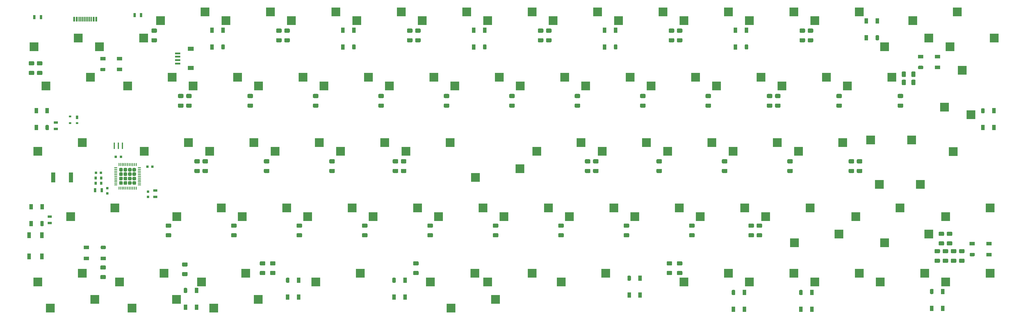
<source format=gbr>
G04 #@! TF.GenerationSoftware,KiCad,Pcbnew,(5.1.10)-1*
G04 #@! TF.CreationDate,2022-03-02T23:20:40+07:00*
G04 #@! TF.ProjectId,averange65,61766572-616e-4676-9536-352e6b696361,rev?*
G04 #@! TF.SameCoordinates,Original*
G04 #@! TF.FileFunction,Paste,Bot*
G04 #@! TF.FilePolarity,Positive*
%FSLAX46Y46*%
G04 Gerber Fmt 4.6, Leading zero omitted, Abs format (unit mm)*
G04 Created by KiCad (PCBNEW (5.1.10)-1) date 2022-03-02 23:20:40*
%MOMM*%
%LPD*%
G01*
G04 APERTURE LIST*
%ADD10R,1.000000X1.500000*%
%ADD11R,2.550000X2.500000*%
%ADD12R,1.800000X1.200000*%
%ADD13R,1.550000X0.600000*%
%ADD14R,0.600000X1.450000*%
%ADD15R,0.300000X1.450000*%
%ADD16R,2.500000X2.550000*%
%ADD17R,1.100000X1.800000*%
%ADD18R,0.700000X1.000000*%
%ADD19R,0.700000X0.600000*%
%ADD20R,1.300000X0.700000*%
%ADD21R,0.800000X0.950000*%
%ADD22R,0.700000X1.300000*%
%ADD23R,0.800000X0.750000*%
%ADD24R,0.750000X0.800000*%
%ADD25R,1.500000X1.000000*%
%ADD26R,1.190000X3.000000*%
%ADD27R,0.400000X1.900000*%
G04 APERTURE END LIST*
D10*
X2686250Y-99665983D03*
X5886250Y-99665983D03*
X2686250Y-104565983D03*
G36*
G01*
X5636250Y-103815983D02*
X6136250Y-103815983D01*
G75*
G02*
X6386250Y-104065983I0J-250000D01*
G01*
X6386250Y-105065983D01*
G75*
G02*
X6136250Y-105315983I-250000J0D01*
G01*
X5636250Y-105315983D01*
G75*
G02*
X5386250Y-105065983I0J250000D01*
G01*
X5386250Y-104065983D01*
G75*
G02*
X5636250Y-103815983I250000J0D01*
G01*
G37*
D11*
X4662502Y-83502532D03*
X17589502Y-80962532D03*
X135631250Y-121602500D03*
X148558250Y-119062500D03*
D12*
X49216250Y-59242500D03*
X49216250Y-53642500D03*
D13*
X45341250Y-54942500D03*
X45341250Y-55942500D03*
X45341250Y-57942500D03*
X45341250Y-56942500D03*
D11*
X22574250Y-53022500D03*
X35501250Y-50482500D03*
D14*
X21678846Y-44987496D03*
X15228846Y-44987496D03*
X20903846Y-44987496D03*
X16003846Y-44987496D03*
D15*
X16703846Y-44987496D03*
X20203846Y-44987496D03*
X17203846Y-44987496D03*
X19703846Y-44987496D03*
X17703846Y-44987496D03*
X19203846Y-44987496D03*
X18703846Y-44987496D03*
X18203846Y-44987496D03*
D11*
X3524250Y-53022500D03*
X16451250Y-50482500D03*
D16*
X273844002Y-59907500D03*
X276384002Y-72834500D03*
D11*
X58070818Y-100012500D03*
X45143818Y-102552500D03*
X251174250Y-110172500D03*
X264101250Y-107632500D03*
X68838794Y-126682564D03*
X55911794Y-129222564D03*
X45026274Y-126682564D03*
X32099274Y-129222564D03*
X21213754Y-126682564D03*
X8286754Y-129222564D03*
X134270882Y-100012500D03*
X121343882Y-102552500D03*
D16*
X268605222Y-70675524D03*
X271145222Y-83602524D03*
X259080214Y-80200532D03*
X261620214Y-93127532D03*
X249713954Y-93127532D03*
X247173954Y-80200532D03*
D17*
X2158433Y-107945678D03*
X5858433Y-114145678D03*
X5858433Y-107945678D03*
X2158433Y-114145678D03*
D11*
X224980500Y-110172500D03*
X237907500Y-107632500D03*
X205708414Y-119062568D03*
X192781414Y-121602568D03*
X224758430Y-119062568D03*
X211831430Y-121602568D03*
X243808446Y-119062568D03*
X230881446Y-121602568D03*
G36*
G01*
X265981466Y-114822243D02*
X267101466Y-114822243D01*
G75*
G02*
X267341466Y-115062243I0J-240000D01*
G01*
X267341466Y-115782243D01*
G75*
G02*
X267101466Y-116022243I-240000J0D01*
G01*
X265981466Y-116022243D01*
G75*
G02*
X265741466Y-115782243I0J240000D01*
G01*
X265741466Y-115062243D01*
G75*
G02*
X265981466Y-114822243I240000J0D01*
G01*
G37*
G36*
G01*
X265981466Y-112022243D02*
X267101466Y-112022243D01*
G75*
G02*
X267341466Y-112262243I0J-240000D01*
G01*
X267341466Y-112982243D01*
G75*
G02*
X267101466Y-113222243I-240000J0D01*
G01*
X265981466Y-113222243D01*
G75*
G02*
X265741466Y-112982243I0J240000D01*
G01*
X265741466Y-112262243D01*
G75*
G02*
X265981466Y-112022243I240000J0D01*
G01*
G37*
X255714734Y-100012500D03*
X242787734Y-102552500D03*
G36*
G01*
X273125666Y-114822322D02*
X274245666Y-114822322D01*
G75*
G02*
X274485666Y-115062322I0J-240000D01*
G01*
X274485666Y-115782322D01*
G75*
G02*
X274245666Y-116022322I-240000J0D01*
G01*
X273125666Y-116022322D01*
G75*
G02*
X272885666Y-115782322I0J240000D01*
G01*
X272885666Y-115062322D01*
G75*
G02*
X273125666Y-114822322I240000J0D01*
G01*
G37*
G36*
G01*
X273125666Y-112022322D02*
X274245666Y-112022322D01*
G75*
G02*
X274485666Y-112262322I0J-240000D01*
G01*
X274485666Y-112982322D01*
G75*
G02*
X274245666Y-113222322I-240000J0D01*
G01*
X273125666Y-113222322D01*
G75*
G02*
X272885666Y-112982322I0J240000D01*
G01*
X272885666Y-112262322D01*
G75*
G02*
X273125666Y-112022322I240000J0D01*
G01*
G37*
G36*
G01*
X270744410Y-114822322D02*
X271864410Y-114822322D01*
G75*
G02*
X272104410Y-115062322I0J-240000D01*
G01*
X272104410Y-115782322D01*
G75*
G02*
X271864410Y-116022322I-240000J0D01*
G01*
X270744410Y-116022322D01*
G75*
G02*
X270504410Y-115782322I0J240000D01*
G01*
X270504410Y-115062322D01*
G75*
G02*
X270744410Y-114822322I240000J0D01*
G01*
G37*
G36*
G01*
X270744410Y-112022322D02*
X271864410Y-112022322D01*
G75*
G02*
X272104410Y-112262322I0J-240000D01*
G01*
X272104410Y-112982322D01*
G75*
G02*
X271864410Y-113222322I-240000J0D01*
G01*
X270744410Y-113222322D01*
G75*
G02*
X270504410Y-112982322I0J240000D01*
G01*
X270504410Y-112262322D01*
G75*
G02*
X270744410Y-112022322I240000J0D01*
G01*
G37*
G36*
G01*
X268362718Y-114822243D02*
X269482718Y-114822243D01*
G75*
G02*
X269722718Y-115062243I0J-240000D01*
G01*
X269722718Y-115782243D01*
G75*
G02*
X269482718Y-116022243I-240000J0D01*
G01*
X268362718Y-116022243D01*
G75*
G02*
X268122718Y-115782243I0J240000D01*
G01*
X268122718Y-115062243D01*
G75*
G02*
X268362718Y-114822243I240000J0D01*
G01*
G37*
G36*
G01*
X268362718Y-112022243D02*
X269482718Y-112022243D01*
G75*
G02*
X269722718Y-112262243I0J-240000D01*
G01*
X269722718Y-112982243D01*
G75*
G02*
X269482718Y-113222243I-240000J0D01*
G01*
X268362718Y-113222243D01*
G75*
G02*
X268122718Y-112982243I0J240000D01*
G01*
X268122718Y-112262243D01*
G75*
G02*
X268362718Y-112022243I240000J0D01*
G01*
G37*
G36*
G01*
X190972660Y-118394375D02*
X192092660Y-118394375D01*
G75*
G02*
X192332660Y-118634375I0J-240000D01*
G01*
X192332660Y-119354375D01*
G75*
G02*
X192092660Y-119594375I-240000J0D01*
G01*
X190972660Y-119594375D01*
G75*
G02*
X190732660Y-119354375I0J240000D01*
G01*
X190732660Y-118634375D01*
G75*
G02*
X190972660Y-118394375I240000J0D01*
G01*
G37*
G36*
G01*
X190972660Y-115594375D02*
X192092660Y-115594375D01*
G75*
G02*
X192332660Y-115834375I0J-240000D01*
G01*
X192332660Y-116554375D01*
G75*
G02*
X192092660Y-116794375I-240000J0D01*
G01*
X190972660Y-116794375D01*
G75*
G02*
X190732660Y-116554375I0J240000D01*
G01*
X190732660Y-115834375D01*
G75*
G02*
X190972660Y-115594375I240000J0D01*
G01*
G37*
G36*
G01*
X187996085Y-118394375D02*
X189116085Y-118394375D01*
G75*
G02*
X189356085Y-118634375I0J-240000D01*
G01*
X189356085Y-119354375D01*
G75*
G02*
X189116085Y-119594375I-240000J0D01*
G01*
X187996085Y-119594375D01*
G75*
G02*
X187756085Y-119354375I0J240000D01*
G01*
X187756085Y-118634375D01*
G75*
G02*
X187996085Y-118394375I240000J0D01*
G01*
G37*
G36*
G01*
X187996085Y-115594375D02*
X189116085Y-115594375D01*
G75*
G02*
X189356085Y-115834375I0J-240000D01*
G01*
X189356085Y-116554375D01*
G75*
G02*
X189116085Y-116794375I-240000J0D01*
G01*
X187996085Y-116794375D01*
G75*
G02*
X187756085Y-116554375I0J240000D01*
G01*
X187756085Y-115834375D01*
G75*
G02*
X187996085Y-115594375I240000J0D01*
G01*
G37*
G36*
G01*
X114176655Y-118394125D02*
X115296655Y-118394125D01*
G75*
G02*
X115536655Y-118634125I0J-240000D01*
G01*
X115536655Y-119354125D01*
G75*
G02*
X115296655Y-119594125I-240000J0D01*
G01*
X114176655Y-119594125D01*
G75*
G02*
X113936655Y-119354125I0J240000D01*
G01*
X113936655Y-118634125D01*
G75*
G02*
X114176655Y-118394125I240000J0D01*
G01*
G37*
G36*
G01*
X114176655Y-115594125D02*
X115296655Y-115594125D01*
G75*
G02*
X115536655Y-115834125I0J-240000D01*
G01*
X115536655Y-116554125D01*
G75*
G02*
X115296655Y-116794125I-240000J0D01*
G01*
X114176655Y-116794125D01*
G75*
G02*
X113936655Y-116554125I0J240000D01*
G01*
X113936655Y-115834125D01*
G75*
G02*
X114176655Y-115594125I240000J0D01*
G01*
G37*
G36*
G01*
X72504975Y-118394375D02*
X73624975Y-118394375D01*
G75*
G02*
X73864975Y-118634375I0J-240000D01*
G01*
X73864975Y-119354375D01*
G75*
G02*
X73624975Y-119594375I-240000J0D01*
G01*
X72504975Y-119594375D01*
G75*
G02*
X72264975Y-119354375I0J240000D01*
G01*
X72264975Y-118634375D01*
G75*
G02*
X72504975Y-118394375I240000J0D01*
G01*
G37*
G36*
G01*
X72504975Y-115594375D02*
X73624975Y-115594375D01*
G75*
G02*
X73864975Y-115834375I0J-240000D01*
G01*
X73864975Y-116554375D01*
G75*
G02*
X73624975Y-116794375I-240000J0D01*
G01*
X72504975Y-116794375D01*
G75*
G02*
X72264975Y-116554375I0J240000D01*
G01*
X72264975Y-115834375D01*
G75*
G02*
X72504975Y-115594375I240000J0D01*
G01*
G37*
G36*
G01*
X69528400Y-118394250D02*
X70648400Y-118394250D01*
G75*
G02*
X70888400Y-118634250I0J-240000D01*
G01*
X70888400Y-119354250D01*
G75*
G02*
X70648400Y-119594250I-240000J0D01*
G01*
X69528400Y-119594250D01*
G75*
G02*
X69288400Y-119354250I0J240000D01*
G01*
X69288400Y-118634250D01*
G75*
G02*
X69528400Y-118394250I240000J0D01*
G01*
G37*
G36*
G01*
X69528400Y-115594250D02*
X70648400Y-115594250D01*
G75*
G02*
X70888400Y-115834250I0J-240000D01*
G01*
X70888400Y-116554250D01*
G75*
G02*
X70648400Y-116794250I-240000J0D01*
G01*
X69528400Y-116794250D01*
G75*
G02*
X69288400Y-116554250I0J240000D01*
G01*
X69288400Y-115834250D01*
G75*
G02*
X69528400Y-115594250I240000J0D01*
G01*
G37*
G36*
G01*
X46906358Y-118691907D02*
X48026358Y-118691907D01*
G75*
G02*
X48266358Y-118931907I0J-240000D01*
G01*
X48266358Y-119651907D01*
G75*
G02*
X48026358Y-119891907I-240000J0D01*
G01*
X46906358Y-119891907D01*
G75*
G02*
X46666358Y-119651907I0J240000D01*
G01*
X46666358Y-118931907D01*
G75*
G02*
X46906358Y-118691907I240000J0D01*
G01*
G37*
G36*
G01*
X46906358Y-115891907D02*
X48026358Y-115891907D01*
G75*
G02*
X48266358Y-116131907I0J-240000D01*
G01*
X48266358Y-116851907D01*
G75*
G02*
X48026358Y-117091907I-240000J0D01*
G01*
X46906358Y-117091907D01*
G75*
G02*
X46666358Y-116851907I0J240000D01*
G01*
X46666358Y-116131907D01*
G75*
G02*
X46906358Y-115891907I240000J0D01*
G01*
G37*
G36*
G01*
X23093798Y-119584878D02*
X24213798Y-119584878D01*
G75*
G02*
X24453798Y-119824878I0J-240000D01*
G01*
X24453798Y-120544878D01*
G75*
G02*
X24213798Y-120784878I-240000J0D01*
G01*
X23093798Y-120784878D01*
G75*
G02*
X22853798Y-120544878I0J240000D01*
G01*
X22853798Y-119824878D01*
G75*
G02*
X23093798Y-119584878I240000J0D01*
G01*
G37*
G36*
G01*
X23093798Y-116784878D02*
X24213798Y-116784878D01*
G75*
G02*
X24453798Y-117024878I0J-240000D01*
G01*
X24453798Y-117744878D01*
G75*
G02*
X24213798Y-117984878I-240000J0D01*
G01*
X23093798Y-117984878D01*
G75*
G02*
X22853798Y-117744878I0J240000D01*
G01*
X22853798Y-117024878D01*
G75*
G02*
X23093798Y-116784878I240000J0D01*
G01*
G37*
G36*
G01*
X270673788Y-108162153D02*
X269553788Y-108162153D01*
G75*
G02*
X269313788Y-107922153I0J240000D01*
G01*
X269313788Y-107202153D01*
G75*
G02*
X269553788Y-106962153I240000J0D01*
G01*
X270673788Y-106962153D01*
G75*
G02*
X270913788Y-107202153I0J-240000D01*
G01*
X270913788Y-107922153D01*
G75*
G02*
X270673788Y-108162153I-240000J0D01*
G01*
G37*
G36*
G01*
X270673788Y-110962153D02*
X269553788Y-110962153D01*
G75*
G02*
X269313788Y-110722153I0J240000D01*
G01*
X269313788Y-110002153D01*
G75*
G02*
X269553788Y-109762153I240000J0D01*
G01*
X270673788Y-109762153D01*
G75*
G02*
X270913788Y-110002153I0J-240000D01*
G01*
X270913788Y-110722153D01*
G75*
G02*
X270673788Y-110962153I-240000J0D01*
G01*
G37*
G36*
G01*
X268292532Y-108162153D02*
X267172532Y-108162153D01*
G75*
G02*
X266932532Y-107922153I0J240000D01*
G01*
X266932532Y-107202153D01*
G75*
G02*
X267172532Y-106962153I240000J0D01*
G01*
X268292532Y-106962153D01*
G75*
G02*
X268532532Y-107202153I0J-240000D01*
G01*
X268532532Y-107922153D01*
G75*
G02*
X268292532Y-108162153I-240000J0D01*
G01*
G37*
G36*
G01*
X268292532Y-110962153D02*
X267172532Y-110962153D01*
G75*
G02*
X266932532Y-110722153I0J240000D01*
G01*
X266932532Y-110002153D01*
G75*
G02*
X267172532Y-109762153I240000J0D01*
G01*
X268292532Y-109762153D01*
G75*
G02*
X268532532Y-110002153I0J-240000D01*
G01*
X268532532Y-110722153D01*
G75*
G02*
X268292532Y-110962153I-240000J0D01*
G01*
G37*
G36*
G01*
X215309061Y-105781265D02*
X214189061Y-105781265D01*
G75*
G02*
X213949061Y-105541265I0J240000D01*
G01*
X213949061Y-104821265D01*
G75*
G02*
X214189061Y-104581265I240000J0D01*
G01*
X215309061Y-104581265D01*
G75*
G02*
X215549061Y-104821265I0J-240000D01*
G01*
X215549061Y-105541265D01*
G75*
G02*
X215309061Y-105781265I-240000J0D01*
G01*
G37*
G36*
G01*
X215309061Y-108581265D02*
X214189061Y-108581265D01*
G75*
G02*
X213949061Y-108341265I0J240000D01*
G01*
X213949061Y-107621265D01*
G75*
G02*
X214189061Y-107381265I240000J0D01*
G01*
X215309061Y-107381265D01*
G75*
G02*
X215549061Y-107621265I0J-240000D01*
G01*
X215549061Y-108341265D01*
G75*
G02*
X215309061Y-108581265I-240000J0D01*
G01*
G37*
G36*
G01*
X212928831Y-105781265D02*
X211808831Y-105781265D01*
G75*
G02*
X211568831Y-105541265I0J240000D01*
G01*
X211568831Y-104821265D01*
G75*
G02*
X211808831Y-104581265I240000J0D01*
G01*
X212928831Y-104581265D01*
G75*
G02*
X213168831Y-104821265I0J-240000D01*
G01*
X213168831Y-105541265D01*
G75*
G02*
X212928831Y-105781265I-240000J0D01*
G01*
G37*
G36*
G01*
X212928831Y-108581265D02*
X211808831Y-108581265D01*
G75*
G02*
X211568831Y-108341265I0J240000D01*
G01*
X211568831Y-107621265D01*
G75*
G02*
X211808831Y-107381265I240000J0D01*
G01*
X212928831Y-107381265D01*
G75*
G02*
X213168831Y-107621265I0J-240000D01*
G01*
X213168831Y-108341265D01*
G75*
G02*
X212928831Y-108581265I-240000J0D01*
G01*
G37*
G36*
G01*
X195664690Y-105781265D02*
X194544690Y-105781265D01*
G75*
G02*
X194304690Y-105541265I0J240000D01*
G01*
X194304690Y-104821265D01*
G75*
G02*
X194544690Y-104581265I240000J0D01*
G01*
X195664690Y-104581265D01*
G75*
G02*
X195904690Y-104821265I0J-240000D01*
G01*
X195904690Y-105541265D01*
G75*
G02*
X195664690Y-105781265I-240000J0D01*
G01*
G37*
G36*
G01*
X195664690Y-108581265D02*
X194544690Y-108581265D01*
G75*
G02*
X194304690Y-108341265I0J240000D01*
G01*
X194304690Y-107621265D01*
G75*
G02*
X194544690Y-107381265I240000J0D01*
G01*
X195664690Y-107381265D01*
G75*
G02*
X195904690Y-107621265I0J-240000D01*
G01*
X195904690Y-108341265D01*
G75*
G02*
X195664690Y-108581265I-240000J0D01*
G01*
G37*
G36*
G01*
X176614610Y-105781265D02*
X175494610Y-105781265D01*
G75*
G02*
X175254610Y-105541265I0J240000D01*
G01*
X175254610Y-104821265D01*
G75*
G02*
X175494610Y-104581265I240000J0D01*
G01*
X176614610Y-104581265D01*
G75*
G02*
X176854610Y-104821265I0J-240000D01*
G01*
X176854610Y-105541265D01*
G75*
G02*
X176614610Y-105781265I-240000J0D01*
G01*
G37*
G36*
G01*
X176614610Y-108581265D02*
X175494610Y-108581265D01*
G75*
G02*
X175254610Y-108341265I0J240000D01*
G01*
X175254610Y-107621265D01*
G75*
G02*
X175494610Y-107381265I240000J0D01*
G01*
X176614610Y-107381265D01*
G75*
G02*
X176854610Y-107621265I0J-240000D01*
G01*
X176854610Y-108341265D01*
G75*
G02*
X176614610Y-108581265I-240000J0D01*
G01*
G37*
G36*
G01*
X157564530Y-105781265D02*
X156444530Y-105781265D01*
G75*
G02*
X156204530Y-105541265I0J240000D01*
G01*
X156204530Y-104821265D01*
G75*
G02*
X156444530Y-104581265I240000J0D01*
G01*
X157564530Y-104581265D01*
G75*
G02*
X157804530Y-104821265I0J-240000D01*
G01*
X157804530Y-105541265D01*
G75*
G02*
X157564530Y-105781265I-240000J0D01*
G01*
G37*
G36*
G01*
X157564530Y-108581265D02*
X156444530Y-108581265D01*
G75*
G02*
X156204530Y-108341265I0J240000D01*
G01*
X156204530Y-107621265D01*
G75*
G02*
X156444530Y-107381265I240000J0D01*
G01*
X157564530Y-107381265D01*
G75*
G02*
X157804530Y-107621265I0J-240000D01*
G01*
X157804530Y-108341265D01*
G75*
G02*
X157564530Y-108581265I-240000J0D01*
G01*
G37*
G36*
G01*
X138514450Y-105781265D02*
X137394450Y-105781265D01*
G75*
G02*
X137154450Y-105541265I0J240000D01*
G01*
X137154450Y-104821265D01*
G75*
G02*
X137394450Y-104581265I240000J0D01*
G01*
X138514450Y-104581265D01*
G75*
G02*
X138754450Y-104821265I0J-240000D01*
G01*
X138754450Y-105541265D01*
G75*
G02*
X138514450Y-105781265I-240000J0D01*
G01*
G37*
G36*
G01*
X138514450Y-108581265D02*
X137394450Y-108581265D01*
G75*
G02*
X137154450Y-108341265I0J240000D01*
G01*
X137154450Y-107621265D01*
G75*
G02*
X137394450Y-107381265I240000J0D01*
G01*
X138514450Y-107381265D01*
G75*
G02*
X138754450Y-107621265I0J-240000D01*
G01*
X138754450Y-108341265D01*
G75*
G02*
X138514450Y-108581265I-240000J0D01*
G01*
G37*
G36*
G01*
X119464370Y-105781265D02*
X118344370Y-105781265D01*
G75*
G02*
X118104370Y-105541265I0J240000D01*
G01*
X118104370Y-104821265D01*
G75*
G02*
X118344370Y-104581265I240000J0D01*
G01*
X119464370Y-104581265D01*
G75*
G02*
X119704370Y-104821265I0J-240000D01*
G01*
X119704370Y-105541265D01*
G75*
G02*
X119464370Y-105781265I-240000J0D01*
G01*
G37*
G36*
G01*
X119464370Y-108581265D02*
X118344370Y-108581265D01*
G75*
G02*
X118104370Y-108341265I0J240000D01*
G01*
X118104370Y-107621265D01*
G75*
G02*
X118344370Y-107381265I240000J0D01*
G01*
X119464370Y-107381265D01*
G75*
G02*
X119704370Y-107621265I0J-240000D01*
G01*
X119704370Y-108341265D01*
G75*
G02*
X119464370Y-108581265I-240000J0D01*
G01*
G37*
G36*
G01*
X100414290Y-105781265D02*
X99294290Y-105781265D01*
G75*
G02*
X99054290Y-105541265I0J240000D01*
G01*
X99054290Y-104821265D01*
G75*
G02*
X99294290Y-104581265I240000J0D01*
G01*
X100414290Y-104581265D01*
G75*
G02*
X100654290Y-104821265I0J-240000D01*
G01*
X100654290Y-105541265D01*
G75*
G02*
X100414290Y-105781265I-240000J0D01*
G01*
G37*
G36*
G01*
X100414290Y-108581265D02*
X99294290Y-108581265D01*
G75*
G02*
X99054290Y-108341265I0J240000D01*
G01*
X99054290Y-107621265D01*
G75*
G02*
X99294290Y-107381265I240000J0D01*
G01*
X100414290Y-107381265D01*
G75*
G02*
X100654290Y-107621265I0J-240000D01*
G01*
X100654290Y-108341265D01*
G75*
G02*
X100414290Y-108581265I-240000J0D01*
G01*
G37*
G36*
G01*
X81364210Y-105781265D02*
X80244210Y-105781265D01*
G75*
G02*
X80004210Y-105541265I0J240000D01*
G01*
X80004210Y-104821265D01*
G75*
G02*
X80244210Y-104581265I240000J0D01*
G01*
X81364210Y-104581265D01*
G75*
G02*
X81604210Y-104821265I0J-240000D01*
G01*
X81604210Y-105541265D01*
G75*
G02*
X81364210Y-105781265I-240000J0D01*
G01*
G37*
G36*
G01*
X81364210Y-108581265D02*
X80244210Y-108581265D01*
G75*
G02*
X80004210Y-108341265I0J240000D01*
G01*
X80004210Y-107621265D01*
G75*
G02*
X80244210Y-107381265I240000J0D01*
G01*
X81364210Y-107381265D01*
G75*
G02*
X81604210Y-107621265I0J-240000D01*
G01*
X81604210Y-108341265D01*
G75*
G02*
X81364210Y-108581265I-240000J0D01*
G01*
G37*
G36*
G01*
X62314130Y-105781265D02*
X61194130Y-105781265D01*
G75*
G02*
X60954130Y-105541265I0J240000D01*
G01*
X60954130Y-104821265D01*
G75*
G02*
X61194130Y-104581265I240000J0D01*
G01*
X62314130Y-104581265D01*
G75*
G02*
X62554130Y-104821265I0J-240000D01*
G01*
X62554130Y-105541265D01*
G75*
G02*
X62314130Y-105781265I-240000J0D01*
G01*
G37*
G36*
G01*
X62314130Y-108581265D02*
X61194130Y-108581265D01*
G75*
G02*
X60954130Y-108341265I0J240000D01*
G01*
X60954130Y-107621265D01*
G75*
G02*
X61194130Y-107381265I240000J0D01*
G01*
X62314130Y-107381265D01*
G75*
G02*
X62554130Y-107621265I0J-240000D01*
G01*
X62554130Y-108341265D01*
G75*
G02*
X62314130Y-108581265I-240000J0D01*
G01*
G37*
G36*
G01*
X43263846Y-105780941D02*
X42143846Y-105780941D01*
G75*
G02*
X41903846Y-105540941I0J240000D01*
G01*
X41903846Y-104820941D01*
G75*
G02*
X42143846Y-104580941I240000J0D01*
G01*
X43263846Y-104580941D01*
G75*
G02*
X43503846Y-104820941I0J-240000D01*
G01*
X43503846Y-105540941D01*
G75*
G02*
X43263846Y-105780941I-240000J0D01*
G01*
G37*
G36*
G01*
X43263846Y-108580941D02*
X42143846Y-108580941D01*
G75*
G02*
X41903846Y-108340941I0J240000D01*
G01*
X41903846Y-107620941D01*
G75*
G02*
X42143846Y-107380941I240000J0D01*
G01*
X43263846Y-107380941D01*
G75*
G02*
X43503846Y-107620941I0J-240000D01*
G01*
X43503846Y-108340941D01*
G75*
G02*
X43263846Y-108580941I-240000J0D01*
G01*
G37*
G36*
G01*
X244479572Y-89828471D02*
X243359572Y-89828471D01*
G75*
G02*
X243119572Y-89588471I0J240000D01*
G01*
X243119572Y-88868471D01*
G75*
G02*
X243359572Y-88628471I240000J0D01*
G01*
X244479572Y-88628471D01*
G75*
G02*
X244719572Y-88868471I0J-240000D01*
G01*
X244719572Y-89588471D01*
G75*
G02*
X244479572Y-89828471I-240000J0D01*
G01*
G37*
G36*
G01*
X244479572Y-87028471D02*
X243359572Y-87028471D01*
G75*
G02*
X243119572Y-86788471I0J240000D01*
G01*
X243119572Y-86068471D01*
G75*
G02*
X243359572Y-85828471I240000J0D01*
G01*
X244479572Y-85828471D01*
G75*
G02*
X244719572Y-86068471I0J-240000D01*
G01*
X244719572Y-86788471D01*
G75*
G02*
X244479572Y-87028471I-240000J0D01*
G01*
G37*
G36*
G01*
X242099260Y-87028842D02*
X240979260Y-87028842D01*
G75*
G02*
X240739260Y-86788842I0J240000D01*
G01*
X240739260Y-86068842D01*
G75*
G02*
X240979260Y-85828842I240000J0D01*
G01*
X242099260Y-85828842D01*
G75*
G02*
X242339260Y-86068842I0J-240000D01*
G01*
X242339260Y-86788842D01*
G75*
G02*
X242099260Y-87028842I-240000J0D01*
G01*
G37*
G36*
G01*
X242099260Y-89828842D02*
X240979260Y-89828842D01*
G75*
G02*
X240739260Y-89588842I0J240000D01*
G01*
X240739260Y-88868842D01*
G75*
G02*
X240979260Y-88628842I240000J0D01*
G01*
X242099260Y-88628842D01*
G75*
G02*
X242339260Y-88868842I0J-240000D01*
G01*
X242339260Y-89588842D01*
G75*
G02*
X242099260Y-89828842I-240000J0D01*
G01*
G37*
G36*
G01*
X224239810Y-87028842D02*
X223119810Y-87028842D01*
G75*
G02*
X222879810Y-86788842I0J240000D01*
G01*
X222879810Y-86068842D01*
G75*
G02*
X223119810Y-85828842I240000J0D01*
G01*
X224239810Y-85828842D01*
G75*
G02*
X224479810Y-86068842I0J-240000D01*
G01*
X224479810Y-86788842D01*
G75*
G02*
X224239810Y-87028842I-240000J0D01*
G01*
G37*
G36*
G01*
X224239810Y-89828842D02*
X223119810Y-89828842D01*
G75*
G02*
X222879810Y-89588842I0J240000D01*
G01*
X222879810Y-88868842D01*
G75*
G02*
X223119810Y-88628842I240000J0D01*
G01*
X224239810Y-88628842D01*
G75*
G02*
X224479810Y-88868842I0J-240000D01*
G01*
X224479810Y-89588842D01*
G75*
G02*
X224239810Y-89828842I-240000J0D01*
G01*
G37*
G36*
G01*
X205189730Y-87028842D02*
X204069730Y-87028842D01*
G75*
G02*
X203829730Y-86788842I0J240000D01*
G01*
X203829730Y-86068842D01*
G75*
G02*
X204069730Y-85828842I240000J0D01*
G01*
X205189730Y-85828842D01*
G75*
G02*
X205429730Y-86068842I0J-240000D01*
G01*
X205429730Y-86788842D01*
G75*
G02*
X205189730Y-87028842I-240000J0D01*
G01*
G37*
G36*
G01*
X205189730Y-89828842D02*
X204069730Y-89828842D01*
G75*
G02*
X203829730Y-89588842I0J240000D01*
G01*
X203829730Y-88868842D01*
G75*
G02*
X204069730Y-88628842I240000J0D01*
G01*
X205189730Y-88628842D01*
G75*
G02*
X205429730Y-88868842I0J-240000D01*
G01*
X205429730Y-89588842D01*
G75*
G02*
X205189730Y-89828842I-240000J0D01*
G01*
G37*
G36*
G01*
X186139650Y-87028842D02*
X185019650Y-87028842D01*
G75*
G02*
X184779650Y-86788842I0J240000D01*
G01*
X184779650Y-86068842D01*
G75*
G02*
X185019650Y-85828842I240000J0D01*
G01*
X186139650Y-85828842D01*
G75*
G02*
X186379650Y-86068842I0J-240000D01*
G01*
X186379650Y-86788842D01*
G75*
G02*
X186139650Y-87028842I-240000J0D01*
G01*
G37*
G36*
G01*
X186139650Y-89828842D02*
X185019650Y-89828842D01*
G75*
G02*
X184779650Y-89588842I0J240000D01*
G01*
X184779650Y-88868842D01*
G75*
G02*
X185019650Y-88628842I240000J0D01*
G01*
X186139650Y-88628842D01*
G75*
G02*
X186379650Y-88868842I0J-240000D01*
G01*
X186379650Y-89588842D01*
G75*
G02*
X186139650Y-89828842I-240000J0D01*
G01*
G37*
G36*
G01*
X167684195Y-87028842D02*
X166564195Y-87028842D01*
G75*
G02*
X166324195Y-86788842I0J240000D01*
G01*
X166324195Y-86068842D01*
G75*
G02*
X166564195Y-85828842I240000J0D01*
G01*
X167684195Y-85828842D01*
G75*
G02*
X167924195Y-86068842I0J-240000D01*
G01*
X167924195Y-86788842D01*
G75*
G02*
X167684195Y-87028842I-240000J0D01*
G01*
G37*
G36*
G01*
X167684195Y-89828842D02*
X166564195Y-89828842D01*
G75*
G02*
X166324195Y-89588842I0J240000D01*
G01*
X166324195Y-88868842D01*
G75*
G02*
X166564195Y-88628842I240000J0D01*
G01*
X167684195Y-88628842D01*
G75*
G02*
X167924195Y-88868842I0J-240000D01*
G01*
X167924195Y-89588842D01*
G75*
G02*
X167684195Y-89828842I-240000J0D01*
G01*
G37*
G36*
G01*
X165302943Y-87028471D02*
X164182943Y-87028471D01*
G75*
G02*
X163942943Y-86788471I0J240000D01*
G01*
X163942943Y-86068471D01*
G75*
G02*
X164182943Y-85828471I240000J0D01*
G01*
X165302943Y-85828471D01*
G75*
G02*
X165542943Y-86068471I0J-240000D01*
G01*
X165542943Y-86788471D01*
G75*
G02*
X165302943Y-87028471I-240000J0D01*
G01*
G37*
G36*
G01*
X165302943Y-89828471D02*
X164182943Y-89828471D01*
G75*
G02*
X163942943Y-89588471I0J240000D01*
G01*
X163942943Y-88868471D01*
G75*
G02*
X164182943Y-88628471I240000J0D01*
G01*
X165302943Y-88628471D01*
G75*
G02*
X165542943Y-88868471I0J-240000D01*
G01*
X165542943Y-89588471D01*
G75*
G02*
X165302943Y-89828471I-240000J0D01*
G01*
G37*
G36*
G01*
X111724773Y-87028471D02*
X110604773Y-87028471D01*
G75*
G02*
X110364773Y-86788471I0J240000D01*
G01*
X110364773Y-86068471D01*
G75*
G02*
X110604773Y-85828471I240000J0D01*
G01*
X111724773Y-85828471D01*
G75*
G02*
X111964773Y-86068471I0J-240000D01*
G01*
X111964773Y-86788471D01*
G75*
G02*
X111724773Y-87028471I-240000J0D01*
G01*
G37*
G36*
G01*
X111724773Y-89828471D02*
X110604773Y-89828471D01*
G75*
G02*
X110364773Y-89588471I0J240000D01*
G01*
X110364773Y-88868471D01*
G75*
G02*
X110604773Y-88628471I240000J0D01*
G01*
X111724773Y-88628471D01*
G75*
G02*
X111964773Y-88868471I0J-240000D01*
G01*
X111964773Y-89588471D01*
G75*
G02*
X111724773Y-89828471I-240000J0D01*
G01*
G37*
G36*
G01*
X109343521Y-87028442D02*
X108223521Y-87028442D01*
G75*
G02*
X107983521Y-86788442I0J240000D01*
G01*
X107983521Y-86068442D01*
G75*
G02*
X108223521Y-85828442I240000J0D01*
G01*
X109343521Y-85828442D01*
G75*
G02*
X109583521Y-86068442I0J-240000D01*
G01*
X109583521Y-86788442D01*
G75*
G02*
X109343521Y-87028442I-240000J0D01*
G01*
G37*
G36*
G01*
X109343521Y-89828442D02*
X108223521Y-89828442D01*
G75*
G02*
X107983521Y-89588442I0J240000D01*
G01*
X107983521Y-88868442D01*
G75*
G02*
X108223521Y-88628442I240000J0D01*
G01*
X109343521Y-88628442D01*
G75*
G02*
X109583521Y-88868442I0J-240000D01*
G01*
X109583521Y-89588442D01*
G75*
G02*
X109343521Y-89828442I-240000J0D01*
G01*
G37*
G36*
G01*
X90889250Y-87028842D02*
X89769250Y-87028842D01*
G75*
G02*
X89529250Y-86788842I0J240000D01*
G01*
X89529250Y-86068842D01*
G75*
G02*
X89769250Y-85828842I240000J0D01*
G01*
X90889250Y-85828842D01*
G75*
G02*
X91129250Y-86068842I0J-240000D01*
G01*
X91129250Y-86788842D01*
G75*
G02*
X90889250Y-87028842I-240000J0D01*
G01*
G37*
G36*
G01*
X90889250Y-89828842D02*
X89769250Y-89828842D01*
G75*
G02*
X89529250Y-89588842I0J240000D01*
G01*
X89529250Y-88868842D01*
G75*
G02*
X89769250Y-88628842I240000J0D01*
G01*
X90889250Y-88628842D01*
G75*
G02*
X91129250Y-88868842I0J-240000D01*
G01*
X91129250Y-89588842D01*
G75*
G02*
X90889250Y-89828842I-240000J0D01*
G01*
G37*
G36*
G01*
X71839170Y-87028842D02*
X70719170Y-87028842D01*
G75*
G02*
X70479170Y-86788842I0J240000D01*
G01*
X70479170Y-86068842D01*
G75*
G02*
X70719170Y-85828842I240000J0D01*
G01*
X71839170Y-85828842D01*
G75*
G02*
X72079170Y-86068842I0J-240000D01*
G01*
X72079170Y-86788842D01*
G75*
G02*
X71839170Y-87028842I-240000J0D01*
G01*
G37*
G36*
G01*
X71839170Y-89828842D02*
X70719170Y-89828842D01*
G75*
G02*
X70479170Y-89588842I0J240000D01*
G01*
X70479170Y-88868842D01*
G75*
G02*
X70719170Y-88628842I240000J0D01*
G01*
X71839170Y-88628842D01*
G75*
G02*
X72079170Y-88868842I0J-240000D01*
G01*
X72079170Y-89588842D01*
G75*
G02*
X71839170Y-89828842I-240000J0D01*
G01*
G37*
G36*
G01*
X51598125Y-87028442D02*
X50478125Y-87028442D01*
G75*
G02*
X50238125Y-86788442I0J240000D01*
G01*
X50238125Y-86068442D01*
G75*
G02*
X50478125Y-85828442I240000J0D01*
G01*
X51598125Y-85828442D01*
G75*
G02*
X51838125Y-86068442I0J-240000D01*
G01*
X51838125Y-86788442D01*
G75*
G02*
X51598125Y-87028442I-240000J0D01*
G01*
G37*
G36*
G01*
X51598125Y-89828442D02*
X50478125Y-89828442D01*
G75*
G02*
X50238125Y-89588442I0J240000D01*
G01*
X50238125Y-88868442D01*
G75*
G02*
X50478125Y-88628442I240000J0D01*
G01*
X51598125Y-88628442D01*
G75*
G02*
X51838125Y-88868442I0J-240000D01*
G01*
X51838125Y-89588442D01*
G75*
G02*
X51598125Y-89828442I-240000J0D01*
G01*
G37*
G36*
G01*
X256385832Y-67978550D02*
X255265832Y-67978550D01*
G75*
G02*
X255025832Y-67738550I0J240000D01*
G01*
X255025832Y-67018550D01*
G75*
G02*
X255265832Y-66778550I240000J0D01*
G01*
X256385832Y-66778550D01*
G75*
G02*
X256625832Y-67018550I0J-240000D01*
G01*
X256625832Y-67738550D01*
G75*
G02*
X256385832Y-67978550I-240000J0D01*
G01*
G37*
G36*
G01*
X256385832Y-70778550D02*
X255265832Y-70778550D01*
G75*
G02*
X255025832Y-70538550I0J240000D01*
G01*
X255025832Y-69818550D01*
G75*
G02*
X255265832Y-69578550I240000J0D01*
G01*
X256385832Y-69578550D01*
G75*
G02*
X256625832Y-69818550I0J-240000D01*
G01*
X256625832Y-70538550D01*
G75*
G02*
X256385832Y-70778550I-240000J0D01*
G01*
G37*
G36*
G01*
X53979375Y-87028442D02*
X52859375Y-87028442D01*
G75*
G02*
X52619375Y-86788442I0J240000D01*
G01*
X52619375Y-86068442D01*
G75*
G02*
X52859375Y-85828442I240000J0D01*
G01*
X53979375Y-85828442D01*
G75*
G02*
X54219375Y-86068442I0J-240000D01*
G01*
X54219375Y-86788442D01*
G75*
G02*
X53979375Y-87028442I-240000J0D01*
G01*
G37*
G36*
G01*
X53979375Y-89828442D02*
X52859375Y-89828442D01*
G75*
G02*
X52619375Y-89588442I0J240000D01*
G01*
X52619375Y-88868442D01*
G75*
G02*
X52859375Y-88628442I240000J0D01*
G01*
X53979375Y-88628442D01*
G75*
G02*
X54219375Y-88868442I0J-240000D01*
G01*
X54219375Y-89588442D01*
G75*
G02*
X53979375Y-89828442I-240000J0D01*
G01*
G37*
G36*
G01*
X238526886Y-67978442D02*
X237406886Y-67978442D01*
G75*
G02*
X237166886Y-67738442I0J240000D01*
G01*
X237166886Y-67018442D01*
G75*
G02*
X237406886Y-66778442I240000J0D01*
G01*
X238526886Y-66778442D01*
G75*
G02*
X238766886Y-67018442I0J-240000D01*
G01*
X238766886Y-67738442D01*
G75*
G02*
X238526886Y-67978442I-240000J0D01*
G01*
G37*
G36*
G01*
X238526886Y-70778442D02*
X237406886Y-70778442D01*
G75*
G02*
X237166886Y-70538442I0J240000D01*
G01*
X237166886Y-69818442D01*
G75*
G02*
X237406886Y-69578442I240000J0D01*
G01*
X238526886Y-69578442D01*
G75*
G02*
X238766886Y-69818442I0J-240000D01*
G01*
X238766886Y-70538442D01*
G75*
G02*
X238526886Y-70778442I-240000J0D01*
G01*
G37*
G36*
G01*
X220667920Y-67978762D02*
X219547920Y-67978762D01*
G75*
G02*
X219307920Y-67738762I0J240000D01*
G01*
X219307920Y-67018762D01*
G75*
G02*
X219547920Y-66778762I240000J0D01*
G01*
X220667920Y-66778762D01*
G75*
G02*
X220907920Y-67018762I0J-240000D01*
G01*
X220907920Y-67738762D01*
G75*
G02*
X220667920Y-67978762I-240000J0D01*
G01*
G37*
G36*
G01*
X220667920Y-70778762D02*
X219547920Y-70778762D01*
G75*
G02*
X219307920Y-70538762I0J240000D01*
G01*
X219307920Y-69818762D01*
G75*
G02*
X219547920Y-69578762I240000J0D01*
G01*
X220667920Y-69578762D01*
G75*
G02*
X220907920Y-69818762I0J-240000D01*
G01*
X220907920Y-70538762D01*
G75*
G02*
X220667920Y-70778762I-240000J0D01*
G01*
G37*
G36*
G01*
X218286660Y-67978762D02*
X217166660Y-67978762D01*
G75*
G02*
X216926660Y-67738762I0J240000D01*
G01*
X216926660Y-67018762D01*
G75*
G02*
X217166660Y-66778762I240000J0D01*
G01*
X218286660Y-66778762D01*
G75*
G02*
X218526660Y-67018762I0J-240000D01*
G01*
X218526660Y-67738762D01*
G75*
G02*
X218286660Y-67978762I-240000J0D01*
G01*
G37*
G36*
G01*
X218286660Y-70778762D02*
X217166660Y-70778762D01*
G75*
G02*
X216926660Y-70538762I0J240000D01*
G01*
X216926660Y-69818762D01*
G75*
G02*
X217166660Y-69578762I240000J0D01*
G01*
X218286660Y-69578762D01*
G75*
G02*
X218526660Y-69818762I0J-240000D01*
G01*
X218526660Y-70538762D01*
G75*
G02*
X218286660Y-70778762I-240000J0D01*
G01*
G37*
G36*
G01*
X200427210Y-67978762D02*
X199307210Y-67978762D01*
G75*
G02*
X199067210Y-67738762I0J240000D01*
G01*
X199067210Y-67018762D01*
G75*
G02*
X199307210Y-66778762I240000J0D01*
G01*
X200427210Y-66778762D01*
G75*
G02*
X200667210Y-67018762I0J-240000D01*
G01*
X200667210Y-67738762D01*
G75*
G02*
X200427210Y-67978762I-240000J0D01*
G01*
G37*
G36*
G01*
X200427210Y-70778762D02*
X199307210Y-70778762D01*
G75*
G02*
X199067210Y-70538762I0J240000D01*
G01*
X199067210Y-69818762D01*
G75*
G02*
X199307210Y-69578762I240000J0D01*
G01*
X200427210Y-69578762D01*
G75*
G02*
X200667210Y-69818762I0J-240000D01*
G01*
X200667210Y-70538762D01*
G75*
G02*
X200427210Y-70778762I-240000J0D01*
G01*
G37*
G36*
G01*
X181376426Y-67978442D02*
X180256426Y-67978442D01*
G75*
G02*
X180016426Y-67738442I0J240000D01*
G01*
X180016426Y-67018442D01*
G75*
G02*
X180256426Y-66778442I240000J0D01*
G01*
X181376426Y-66778442D01*
G75*
G02*
X181616426Y-67018442I0J-240000D01*
G01*
X181616426Y-67738442D01*
G75*
G02*
X181376426Y-67978442I-240000J0D01*
G01*
G37*
G36*
G01*
X181376426Y-70778442D02*
X180256426Y-70778442D01*
G75*
G02*
X180016426Y-70538442I0J240000D01*
G01*
X180016426Y-69818442D01*
G75*
G02*
X180256426Y-69578442I240000J0D01*
G01*
X181376426Y-69578442D01*
G75*
G02*
X181616426Y-69818442I0J-240000D01*
G01*
X181616426Y-70538442D01*
G75*
G02*
X181376426Y-70778442I-240000J0D01*
G01*
G37*
G36*
G01*
X162327050Y-67978762D02*
X161207050Y-67978762D01*
G75*
G02*
X160967050Y-67738762I0J240000D01*
G01*
X160967050Y-67018762D01*
G75*
G02*
X161207050Y-66778762I240000J0D01*
G01*
X162327050Y-66778762D01*
G75*
G02*
X162567050Y-67018762I0J-240000D01*
G01*
X162567050Y-67738762D01*
G75*
G02*
X162327050Y-67978762I-240000J0D01*
G01*
G37*
G36*
G01*
X162327050Y-70778762D02*
X161207050Y-70778762D01*
G75*
G02*
X160967050Y-70538762I0J240000D01*
G01*
X160967050Y-69818762D01*
G75*
G02*
X161207050Y-69578762I240000J0D01*
G01*
X162327050Y-69578762D01*
G75*
G02*
X162567050Y-69818762I0J-240000D01*
G01*
X162567050Y-70538762D01*
G75*
G02*
X162327050Y-70778762I-240000J0D01*
G01*
G37*
G36*
G01*
X143276394Y-67978442D02*
X142156394Y-67978442D01*
G75*
G02*
X141916394Y-67738442I0J240000D01*
G01*
X141916394Y-67018442D01*
G75*
G02*
X142156394Y-66778442I240000J0D01*
G01*
X143276394Y-66778442D01*
G75*
G02*
X143516394Y-67018442I0J-240000D01*
G01*
X143516394Y-67738442D01*
G75*
G02*
X143276394Y-67978442I-240000J0D01*
G01*
G37*
G36*
G01*
X143276394Y-70778442D02*
X142156394Y-70778442D01*
G75*
G02*
X141916394Y-70538442I0J240000D01*
G01*
X141916394Y-69818442D01*
G75*
G02*
X142156394Y-69578442I240000J0D01*
G01*
X143276394Y-69578442D01*
G75*
G02*
X143516394Y-69818442I0J-240000D01*
G01*
X143516394Y-70538442D01*
G75*
G02*
X143276394Y-70778442I-240000J0D01*
G01*
G37*
G36*
G01*
X124226378Y-67978442D02*
X123106378Y-67978442D01*
G75*
G02*
X122866378Y-67738442I0J240000D01*
G01*
X122866378Y-67018442D01*
G75*
G02*
X123106378Y-66778442I240000J0D01*
G01*
X124226378Y-66778442D01*
G75*
G02*
X124466378Y-67018442I0J-240000D01*
G01*
X124466378Y-67738442D01*
G75*
G02*
X124226378Y-67978442I-240000J0D01*
G01*
G37*
G36*
G01*
X124226378Y-70778442D02*
X123106378Y-70778442D01*
G75*
G02*
X122866378Y-70538442I0J240000D01*
G01*
X122866378Y-69818442D01*
G75*
G02*
X123106378Y-69578442I240000J0D01*
G01*
X124226378Y-69578442D01*
G75*
G02*
X124466378Y-69818442I0J-240000D01*
G01*
X124466378Y-70538442D01*
G75*
G02*
X124226378Y-70778442I-240000J0D01*
G01*
G37*
G36*
G01*
X105176362Y-67978442D02*
X104056362Y-67978442D01*
G75*
G02*
X103816362Y-67738442I0J240000D01*
G01*
X103816362Y-67018442D01*
G75*
G02*
X104056362Y-66778442I240000J0D01*
G01*
X105176362Y-66778442D01*
G75*
G02*
X105416362Y-67018442I0J-240000D01*
G01*
X105416362Y-67738442D01*
G75*
G02*
X105176362Y-67978442I-240000J0D01*
G01*
G37*
G36*
G01*
X105176362Y-70778442D02*
X104056362Y-70778442D01*
G75*
G02*
X103816362Y-70538442I0J240000D01*
G01*
X103816362Y-69818442D01*
G75*
G02*
X104056362Y-69578442I240000J0D01*
G01*
X105176362Y-69578442D01*
G75*
G02*
X105416362Y-69818442I0J-240000D01*
G01*
X105416362Y-70538442D01*
G75*
G02*
X105176362Y-70778442I-240000J0D01*
G01*
G37*
G36*
G01*
X86126346Y-67978442D02*
X85006346Y-67978442D01*
G75*
G02*
X84766346Y-67738442I0J240000D01*
G01*
X84766346Y-67018442D01*
G75*
G02*
X85006346Y-66778442I240000J0D01*
G01*
X86126346Y-66778442D01*
G75*
G02*
X86366346Y-67018442I0J-240000D01*
G01*
X86366346Y-67738442D01*
G75*
G02*
X86126346Y-67978442I-240000J0D01*
G01*
G37*
G36*
G01*
X86126346Y-70778442D02*
X85006346Y-70778442D01*
G75*
G02*
X84766346Y-70538442I0J240000D01*
G01*
X84766346Y-69818442D01*
G75*
G02*
X85006346Y-69578442I240000J0D01*
G01*
X86126346Y-69578442D01*
G75*
G02*
X86366346Y-69818442I0J-240000D01*
G01*
X86366346Y-70538442D01*
G75*
G02*
X86126346Y-70778442I-240000J0D01*
G01*
G37*
G36*
G01*
X67076330Y-67978442D02*
X65956330Y-67978442D01*
G75*
G02*
X65716330Y-67738442I0J240000D01*
G01*
X65716330Y-67018442D01*
G75*
G02*
X65956330Y-66778442I240000J0D01*
G01*
X67076330Y-66778442D01*
G75*
G02*
X67316330Y-67018442I0J-240000D01*
G01*
X67316330Y-67738442D01*
G75*
G02*
X67076330Y-67978442I-240000J0D01*
G01*
G37*
G36*
G01*
X67076330Y-70778442D02*
X65956330Y-70778442D01*
G75*
G02*
X65716330Y-70538442I0J240000D01*
G01*
X65716330Y-69818442D01*
G75*
G02*
X65956330Y-69578442I240000J0D01*
G01*
X67076330Y-69578442D01*
G75*
G02*
X67316330Y-69818442I0J-240000D01*
G01*
X67316330Y-70538442D01*
G75*
G02*
X67076330Y-70778442I-240000J0D01*
G01*
G37*
G36*
G01*
X46835730Y-67978762D02*
X45715730Y-67978762D01*
G75*
G02*
X45475730Y-67738762I0J240000D01*
G01*
X45475730Y-67018762D01*
G75*
G02*
X45715730Y-66778762I240000J0D01*
G01*
X46835730Y-66778762D01*
G75*
G02*
X47075730Y-67018762I0J-240000D01*
G01*
X47075730Y-67738762D01*
G75*
G02*
X46835730Y-67978762I-240000J0D01*
G01*
G37*
G36*
G01*
X46835730Y-70778762D02*
X45715730Y-70778762D01*
G75*
G02*
X45475730Y-70538762I0J240000D01*
G01*
X45475730Y-69818762D01*
G75*
G02*
X45715730Y-69578762I240000J0D01*
G01*
X46835730Y-69578762D01*
G75*
G02*
X47075730Y-69818762I0J-240000D01*
G01*
X47075730Y-70538762D01*
G75*
G02*
X46835730Y-70778762I-240000J0D01*
G01*
G37*
G36*
G01*
X49216986Y-67978502D02*
X48096986Y-67978502D01*
G75*
G02*
X47856986Y-67738502I0J240000D01*
G01*
X47856986Y-67018502D01*
G75*
G02*
X48096986Y-66778502I240000J0D01*
G01*
X49216986Y-66778502D01*
G75*
G02*
X49456986Y-67018502I0J-240000D01*
G01*
X49456986Y-67738502D01*
G75*
G02*
X49216986Y-67978502I-240000J0D01*
G01*
G37*
G36*
G01*
X49216986Y-70778502D02*
X48096986Y-70778502D01*
G75*
G02*
X47856986Y-70538502I0J240000D01*
G01*
X47856986Y-69818502D01*
G75*
G02*
X48096986Y-69578502I240000J0D01*
G01*
X49216986Y-69578502D01*
G75*
G02*
X49456986Y-69818502I0J-240000D01*
G01*
X49456986Y-70538502D01*
G75*
G02*
X49216986Y-70778502I-240000J0D01*
G01*
G37*
G36*
G01*
X259006836Y-63981272D02*
X259006836Y-62861272D01*
G75*
G02*
X259246836Y-62621272I240000J0D01*
G01*
X259966836Y-62621272D01*
G75*
G02*
X260206836Y-62861272I0J-240000D01*
G01*
X260206836Y-63981272D01*
G75*
G02*
X259966836Y-64221272I-240000J0D01*
G01*
X259246836Y-64221272D01*
G75*
G02*
X259006836Y-63981272I0J240000D01*
G01*
G37*
G36*
G01*
X256206836Y-63981272D02*
X256206836Y-62861272D01*
G75*
G02*
X256446836Y-62621272I240000J0D01*
G01*
X257166836Y-62621272D01*
G75*
G02*
X257406836Y-62861272I0J-240000D01*
G01*
X257406836Y-63981272D01*
G75*
G02*
X257166836Y-64221272I-240000J0D01*
G01*
X256446836Y-64221272D01*
G75*
G02*
X256206836Y-63981272I0J240000D01*
G01*
G37*
G36*
G01*
X259006836Y-61600016D02*
X259006836Y-60480016D01*
G75*
G02*
X259246836Y-60240016I240000J0D01*
G01*
X259966836Y-60240016D01*
G75*
G02*
X260206836Y-60480016I0J-240000D01*
G01*
X260206836Y-61600016D01*
G75*
G02*
X259966836Y-61840016I-240000J0D01*
G01*
X259246836Y-61840016D01*
G75*
G02*
X259006836Y-61600016I0J240000D01*
G01*
G37*
G36*
G01*
X256206836Y-61600016D02*
X256206836Y-60480016D01*
G75*
G02*
X256446836Y-60240016I240000J0D01*
G01*
X257166836Y-60240016D01*
G75*
G02*
X257406836Y-60480016I0J-240000D01*
G01*
X257406836Y-61600016D01*
G75*
G02*
X257166836Y-61840016I-240000J0D01*
G01*
X256446836Y-61840016D01*
G75*
G02*
X256206836Y-61600016I0J240000D01*
G01*
G37*
G36*
G01*
X230192960Y-48928679D02*
X229072960Y-48928679D01*
G75*
G02*
X228832960Y-48688679I0J240000D01*
G01*
X228832960Y-47968679D01*
G75*
G02*
X229072960Y-47728679I240000J0D01*
G01*
X230192960Y-47728679D01*
G75*
G02*
X230432960Y-47968679I0J-240000D01*
G01*
X230432960Y-48688679D01*
G75*
G02*
X230192960Y-48928679I-240000J0D01*
G01*
G37*
G36*
G01*
X230192960Y-51728679D02*
X229072960Y-51728679D01*
G75*
G02*
X228832960Y-51488679I0J240000D01*
G01*
X228832960Y-50768679D01*
G75*
G02*
X229072960Y-50528679I240000J0D01*
G01*
X230192960Y-50528679D01*
G75*
G02*
X230432960Y-50768679I0J-240000D01*
G01*
X230432960Y-51488679D01*
G75*
G02*
X230192960Y-51728679I-240000J0D01*
G01*
G37*
G36*
G01*
X227810840Y-48928439D02*
X226690840Y-48928439D01*
G75*
G02*
X226450840Y-48688439I0J240000D01*
G01*
X226450840Y-47968439D01*
G75*
G02*
X226690840Y-47728439I240000J0D01*
G01*
X227810840Y-47728439D01*
G75*
G02*
X228050840Y-47968439I0J-240000D01*
G01*
X228050840Y-48688439D01*
G75*
G02*
X227810840Y-48928439I-240000J0D01*
G01*
G37*
G36*
G01*
X227810840Y-51728439D02*
X226690840Y-51728439D01*
G75*
G02*
X226450840Y-51488439I0J240000D01*
G01*
X226450840Y-50768439D01*
G75*
G02*
X226690840Y-50528439I240000J0D01*
G01*
X227810840Y-50528439D01*
G75*
G02*
X228050840Y-50768439I0J-240000D01*
G01*
X228050840Y-51488439D01*
G75*
G02*
X227810840Y-51728439I-240000J0D01*
G01*
G37*
G36*
G01*
X192092800Y-48928439D02*
X190972800Y-48928439D01*
G75*
G02*
X190732800Y-48688439I0J240000D01*
G01*
X190732800Y-47968439D01*
G75*
G02*
X190972800Y-47728439I240000J0D01*
G01*
X192092800Y-47728439D01*
G75*
G02*
X192332800Y-47968439I0J-240000D01*
G01*
X192332800Y-48688439D01*
G75*
G02*
X192092800Y-48928439I-240000J0D01*
G01*
G37*
G36*
G01*
X192092800Y-51728439D02*
X190972800Y-51728439D01*
G75*
G02*
X190732800Y-51488439I0J240000D01*
G01*
X190732800Y-50768439D01*
G75*
G02*
X190972800Y-50528439I240000J0D01*
G01*
X192092800Y-50528439D01*
G75*
G02*
X192332800Y-50768439I0J-240000D01*
G01*
X192332800Y-51488439D01*
G75*
G02*
X192092800Y-51728439I-240000J0D01*
G01*
G37*
G36*
G01*
X189710808Y-48928439D02*
X188590808Y-48928439D01*
G75*
G02*
X188350808Y-48688439I0J240000D01*
G01*
X188350808Y-47968439D01*
G75*
G02*
X188590808Y-47728439I240000J0D01*
G01*
X189710808Y-47728439D01*
G75*
G02*
X189950808Y-47968439I0J-240000D01*
G01*
X189950808Y-48688439D01*
G75*
G02*
X189710808Y-48928439I-240000J0D01*
G01*
G37*
G36*
G01*
X189710808Y-51728439D02*
X188590808Y-51728439D01*
G75*
G02*
X188350808Y-51488439I0J240000D01*
G01*
X188350808Y-50768439D01*
G75*
G02*
X188590808Y-50528439I240000J0D01*
G01*
X189710808Y-50528439D01*
G75*
G02*
X189950808Y-50768439I0J-240000D01*
G01*
X189950808Y-51488439D01*
G75*
G02*
X189710808Y-51728439I-240000J0D01*
G01*
G37*
G36*
G01*
X153992640Y-48928439D02*
X152872640Y-48928439D01*
G75*
G02*
X152632640Y-48688439I0J240000D01*
G01*
X152632640Y-47968439D01*
G75*
G02*
X152872640Y-47728439I240000J0D01*
G01*
X153992640Y-47728439D01*
G75*
G02*
X154232640Y-47968439I0J-240000D01*
G01*
X154232640Y-48688439D01*
G75*
G02*
X153992640Y-48928439I-240000J0D01*
G01*
G37*
G36*
G01*
X153992640Y-51728439D02*
X152872640Y-51728439D01*
G75*
G02*
X152632640Y-51488439I0J240000D01*
G01*
X152632640Y-50768439D01*
G75*
G02*
X152872640Y-50528439I240000J0D01*
G01*
X153992640Y-50528439D01*
G75*
G02*
X154232640Y-50768439I0J-240000D01*
G01*
X154232640Y-51488439D01*
G75*
G02*
X153992640Y-51728439I-240000J0D01*
G01*
G37*
G36*
G01*
X151610776Y-48928439D02*
X150490776Y-48928439D01*
G75*
G02*
X150250776Y-48688439I0J240000D01*
G01*
X150250776Y-47968439D01*
G75*
G02*
X150490776Y-47728439I240000J0D01*
G01*
X151610776Y-47728439D01*
G75*
G02*
X151850776Y-47968439I0J-240000D01*
G01*
X151850776Y-48688439D01*
G75*
G02*
X151610776Y-48928439I-240000J0D01*
G01*
G37*
G36*
G01*
X151610776Y-51728439D02*
X150490776Y-51728439D01*
G75*
G02*
X150250776Y-51488439I0J240000D01*
G01*
X150250776Y-50768439D01*
G75*
G02*
X150490776Y-50528439I240000J0D01*
G01*
X151610776Y-50528439D01*
G75*
G02*
X151850776Y-50768439I0J-240000D01*
G01*
X151850776Y-51488439D01*
G75*
G02*
X151610776Y-51728439I-240000J0D01*
G01*
G37*
G36*
G01*
X115892480Y-48928439D02*
X114772480Y-48928439D01*
G75*
G02*
X114532480Y-48688439I0J240000D01*
G01*
X114532480Y-47968439D01*
G75*
G02*
X114772480Y-47728439I240000J0D01*
G01*
X115892480Y-47728439D01*
G75*
G02*
X116132480Y-47968439I0J-240000D01*
G01*
X116132480Y-48688439D01*
G75*
G02*
X115892480Y-48928439I-240000J0D01*
G01*
G37*
G36*
G01*
X115892480Y-51728439D02*
X114772480Y-51728439D01*
G75*
G02*
X114532480Y-51488439I0J240000D01*
G01*
X114532480Y-50768439D01*
G75*
G02*
X114772480Y-50528439I240000J0D01*
G01*
X115892480Y-50528439D01*
G75*
G02*
X116132480Y-50768439I0J-240000D01*
G01*
X116132480Y-51488439D01*
G75*
G02*
X115892480Y-51728439I-240000J0D01*
G01*
G37*
G36*
G01*
X113510744Y-48928439D02*
X112390744Y-48928439D01*
G75*
G02*
X112150744Y-48688439I0J240000D01*
G01*
X112150744Y-47968439D01*
G75*
G02*
X112390744Y-47728439I240000J0D01*
G01*
X113510744Y-47728439D01*
G75*
G02*
X113750744Y-47968439I0J-240000D01*
G01*
X113750744Y-48688439D01*
G75*
G02*
X113510744Y-48928439I-240000J0D01*
G01*
G37*
G36*
G01*
X113510744Y-51728439D02*
X112390744Y-51728439D01*
G75*
G02*
X112150744Y-51488439I0J240000D01*
G01*
X112150744Y-50768439D01*
G75*
G02*
X112390744Y-50528439I240000J0D01*
G01*
X113510744Y-50528439D01*
G75*
G02*
X113750744Y-50768439I0J-240000D01*
G01*
X113750744Y-51488439D01*
G75*
G02*
X113510744Y-51728439I-240000J0D01*
G01*
G37*
G36*
G01*
X77792320Y-48928679D02*
X76672320Y-48928679D01*
G75*
G02*
X76432320Y-48688679I0J240000D01*
G01*
X76432320Y-47968679D01*
G75*
G02*
X76672320Y-47728679I240000J0D01*
G01*
X77792320Y-47728679D01*
G75*
G02*
X78032320Y-47968679I0J-240000D01*
G01*
X78032320Y-48688679D01*
G75*
G02*
X77792320Y-48928679I-240000J0D01*
G01*
G37*
G36*
G01*
X77792320Y-51728679D02*
X76672320Y-51728679D01*
G75*
G02*
X76432320Y-51488679I0J240000D01*
G01*
X76432320Y-50768679D01*
G75*
G02*
X76672320Y-50528679I240000J0D01*
G01*
X77792320Y-50528679D01*
G75*
G02*
X78032320Y-50768679I0J-240000D01*
G01*
X78032320Y-51488679D01*
G75*
G02*
X77792320Y-51728679I-240000J0D01*
G01*
G37*
G36*
G01*
X75410712Y-48928439D02*
X74290712Y-48928439D01*
G75*
G02*
X74050712Y-48688439I0J240000D01*
G01*
X74050712Y-47968439D01*
G75*
G02*
X74290712Y-47728439I240000J0D01*
G01*
X75410712Y-47728439D01*
G75*
G02*
X75650712Y-47968439I0J-240000D01*
G01*
X75650712Y-48688439D01*
G75*
G02*
X75410712Y-48928439I-240000J0D01*
G01*
G37*
G36*
G01*
X75410712Y-51728439D02*
X74290712Y-51728439D01*
G75*
G02*
X74050712Y-51488439I0J240000D01*
G01*
X74050712Y-50768439D01*
G75*
G02*
X74290712Y-50528439I240000J0D01*
G01*
X75410712Y-50528439D01*
G75*
G02*
X75650712Y-50768439I0J-240000D01*
G01*
X75650712Y-51488439D01*
G75*
G02*
X75410712Y-51728439I-240000J0D01*
G01*
G37*
G36*
G01*
X39096587Y-48928439D02*
X37976587Y-48928439D01*
G75*
G02*
X37736587Y-48688439I0J240000D01*
G01*
X37736587Y-47968439D01*
G75*
G02*
X37976587Y-47728439I240000J0D01*
G01*
X39096587Y-47728439D01*
G75*
G02*
X39336587Y-47968439I0J-240000D01*
G01*
X39336587Y-48688439D01*
G75*
G02*
X39096587Y-48928439I-240000J0D01*
G01*
G37*
G36*
G01*
X39096587Y-51728439D02*
X37976587Y-51728439D01*
G75*
G02*
X37736587Y-51488439I0J240000D01*
G01*
X37736587Y-50768439D01*
G75*
G02*
X37976587Y-50528439I240000J0D01*
G01*
X39096587Y-50528439D01*
G75*
G02*
X39336587Y-50768439I0J-240000D01*
G01*
X39336587Y-51488439D01*
G75*
G02*
X39096587Y-51728439I-240000J0D01*
G01*
G37*
G36*
G01*
X5759059Y-58453447D02*
X4639059Y-58453447D01*
G75*
G02*
X4399059Y-58213447I0J240000D01*
G01*
X4399059Y-57493447D01*
G75*
G02*
X4639059Y-57253447I240000J0D01*
G01*
X5759059Y-57253447D01*
G75*
G02*
X5999059Y-57493447I0J-240000D01*
G01*
X5999059Y-58213447D01*
G75*
G02*
X5759059Y-58453447I-240000J0D01*
G01*
G37*
G36*
G01*
X5759059Y-61253447D02*
X4639059Y-61253447D01*
G75*
G02*
X4399059Y-61013447I0J240000D01*
G01*
X4399059Y-60293447D01*
G75*
G02*
X4639059Y-60053447I240000J0D01*
G01*
X5759059Y-60053447D01*
G75*
G02*
X5999059Y-60293447I0J-240000D01*
G01*
X5999059Y-61013447D01*
G75*
G02*
X5759059Y-61253447I-240000J0D01*
G01*
G37*
G36*
G01*
X3377807Y-58453447D02*
X2257807Y-58453447D01*
G75*
G02*
X2017807Y-58213447I0J240000D01*
G01*
X2017807Y-57493447D01*
G75*
G02*
X2257807Y-57253447I240000J0D01*
G01*
X3377807Y-57253447D01*
G75*
G02*
X3617807Y-57493447I0J-240000D01*
G01*
X3617807Y-58213447D01*
G75*
G02*
X3377807Y-58453447I-240000J0D01*
G01*
G37*
G36*
G01*
X3377807Y-61253447D02*
X2257807Y-61253447D01*
G75*
G02*
X2017807Y-61013447I0J240000D01*
G01*
X2017807Y-60293447D01*
G75*
G02*
X2257807Y-60053447I240000J0D01*
G01*
X3377807Y-60053447D01*
G75*
G02*
X3617807Y-60293447I0J-240000D01*
G01*
X3617807Y-61013447D01*
G75*
G02*
X3377807Y-61253447I-240000J0D01*
G01*
G37*
X169990170Y-119062840D03*
X157063170Y-121602840D03*
X98552370Y-119062840D03*
X85625370Y-121602840D03*
X131890010Y-119062840D03*
X118963010Y-121602840D03*
D18*
X16073750Y-73570400D03*
D19*
X14073750Y-73370400D03*
X16073750Y-75270400D03*
X14073750Y-75270400D03*
D20*
X8096250Y-102552500D03*
X8096250Y-104452500D03*
X38834305Y-94915289D03*
X38834305Y-96815289D03*
D21*
X21489597Y-91303246D03*
X23139597Y-91303246D03*
X21489597Y-92838023D03*
X23139597Y-92838023D03*
D22*
X32824083Y-43775309D03*
X34724083Y-43775309D03*
X5553746Y-44370622D03*
X3653746Y-44370622D03*
D23*
X38056250Y-88011000D03*
X36556250Y-88011000D03*
X21564597Y-89803246D03*
X23064597Y-89803246D03*
X27368653Y-85149637D03*
X28868653Y-85149637D03*
D24*
X36750706Y-95262000D03*
X36750706Y-96762000D03*
X24923750Y-94297500D03*
X24923750Y-95797500D03*
D11*
X124968670Y-129223060D03*
X137895670Y-126683060D03*
X53308250Y-42862500D03*
X40381250Y-45402500D03*
X72358250Y-42862500D03*
X59431250Y-45402500D03*
X91408250Y-42862500D03*
X78481250Y-45402500D03*
X110458250Y-42862500D03*
X97531250Y-45402500D03*
X129508250Y-42862500D03*
X116581250Y-45402500D03*
X148558250Y-42862500D03*
X135631250Y-45402500D03*
X167608250Y-42862500D03*
X154681250Y-45402500D03*
X186658250Y-42862500D03*
X173731250Y-45402500D03*
X205708250Y-42862500D03*
X192781250Y-45402500D03*
X224758250Y-42862500D03*
X211831250Y-45402500D03*
X243808250Y-42862500D03*
X230881250Y-45402500D03*
X251174250Y-53022500D03*
X264101250Y-50482500D03*
X270224250Y-53022500D03*
X283151250Y-50482500D03*
X272383250Y-42862500D03*
X259456250Y-45402500D03*
X19970786Y-61912500D03*
X7043786Y-64452500D03*
X43783306Y-61912500D03*
X30856306Y-64452500D03*
X62833322Y-61912500D03*
X49906322Y-64452500D03*
X81883338Y-61912500D03*
X68956338Y-64452500D03*
X100933354Y-61912500D03*
X88006354Y-64452500D03*
X119983370Y-61912500D03*
X107056370Y-64452500D03*
X139033386Y-61912500D03*
X126106386Y-64452500D03*
X158083402Y-61912500D03*
X145156402Y-64452500D03*
X177133418Y-61912500D03*
X164206418Y-64452500D03*
X196183434Y-61912500D03*
X183256434Y-64452500D03*
X215233450Y-61912500D03*
X202306450Y-64452500D03*
X234283466Y-61912500D03*
X221356466Y-64452500D03*
X253333482Y-61912500D03*
X240406482Y-64452500D03*
X48545810Y-80962500D03*
X35618810Y-83502500D03*
X67595826Y-80962500D03*
X54668826Y-83502500D03*
X86645842Y-80962500D03*
X73718842Y-83502500D03*
X105695858Y-80962500D03*
X92768858Y-83502500D03*
X124745874Y-80962500D03*
X111818874Y-83502500D03*
X132111890Y-91122500D03*
X145038890Y-88582500D03*
X162845906Y-80962500D03*
X149918906Y-83502500D03*
X181895922Y-80962500D03*
X168968922Y-83502500D03*
X200945938Y-80962500D03*
X188018938Y-83502500D03*
X219995954Y-80962500D03*
X207068954Y-83502500D03*
X239045970Y-80962500D03*
X226118970Y-83502500D03*
X77120834Y-100012500D03*
X64193834Y-102552500D03*
X96170850Y-100012500D03*
X83243850Y-102552500D03*
X115220866Y-100012500D03*
X102293866Y-102552500D03*
X153320898Y-100012500D03*
X140393898Y-102552500D03*
X172370914Y-100012500D03*
X159443914Y-102552500D03*
X191420930Y-100012500D03*
X178493930Y-102552500D03*
X210470946Y-100012500D03*
X197543946Y-102552500D03*
X229520962Y-100012500D03*
X216593962Y-102552500D03*
X281908506Y-100012500D03*
X268981506Y-102552500D03*
X17589670Y-119063060D03*
X4662670Y-121603060D03*
X41402270Y-119062568D03*
X28475270Y-121602568D03*
X65214870Y-119063060D03*
X52287870Y-121603060D03*
X262859450Y-119063060D03*
X249932450Y-121603060D03*
X281909530Y-119063060D03*
X268982530Y-121603060D03*
G36*
G01*
X265191910Y-125121617D02*
X264691910Y-125121617D01*
G75*
G02*
X264441910Y-124871617I0J250000D01*
G01*
X264441910Y-123871617D01*
G75*
G02*
X264691910Y-123621617I250000J0D01*
G01*
X265191910Y-123621617D01*
G75*
G02*
X265441910Y-123871617I0J-250000D01*
G01*
X265441910Y-124871617D01*
G75*
G02*
X265191910Y-125121617I-250000J0D01*
G01*
G37*
D10*
X268141910Y-124371617D03*
X264941910Y-129271617D03*
X268141910Y-129271617D03*
X230041434Y-129569129D03*
X226841434Y-129569129D03*
X230041434Y-124669129D03*
G36*
G01*
X227091434Y-125419129D02*
X226591434Y-125419129D01*
G75*
G02*
X226341434Y-125169129I0J250000D01*
G01*
X226341434Y-124169129D01*
G75*
G02*
X226591434Y-123919129I250000J0D01*
G01*
X227091434Y-123919129D01*
G75*
G02*
X227341434Y-124169129I0J-250000D01*
G01*
X227341434Y-125169129D01*
G75*
G02*
X227091434Y-125419129I-250000J0D01*
G01*
G37*
G36*
G01*
X207446105Y-125419129D02*
X206946105Y-125419129D01*
G75*
G02*
X206696105Y-125169129I0J250000D01*
G01*
X206696105Y-124169129D01*
G75*
G02*
X206946105Y-123919129I250000J0D01*
G01*
X207446105Y-123919129D01*
G75*
G02*
X207696105Y-124169129I0J-250000D01*
G01*
X207696105Y-125169129D01*
G75*
G02*
X207446105Y-125419129I-250000J0D01*
G01*
G37*
X210396105Y-124669129D03*
X207196105Y-129569129D03*
X210396105Y-129569129D03*
G36*
G01*
X177085730Y-121252210D02*
X176585730Y-121252210D01*
G75*
G02*
X176335730Y-121002210I0J250000D01*
G01*
X176335730Y-120002210D01*
G75*
G02*
X176585730Y-119752210I250000J0D01*
G01*
X177085730Y-119752210D01*
G75*
G02*
X177335730Y-120002210I0J-250000D01*
G01*
X177335730Y-121002210D01*
G75*
G02*
X177085730Y-121252210I-250000J0D01*
G01*
G37*
X180035730Y-120502210D03*
X176835730Y-125402210D03*
X180035730Y-125402210D03*
G36*
G01*
X108624505Y-121847525D02*
X108124505Y-121847525D01*
G75*
G02*
X107874505Y-121597525I0J250000D01*
G01*
X107874505Y-120597525D01*
G75*
G02*
X108124505Y-120347525I250000J0D01*
G01*
X108624505Y-120347525D01*
G75*
G02*
X108874505Y-120597525I0J-250000D01*
G01*
X108874505Y-121597525D01*
G75*
G02*
X108624505Y-121847525I-250000J0D01*
G01*
G37*
X111574505Y-121097525D03*
X108374505Y-125997525D03*
X111574505Y-125997525D03*
G36*
G01*
X77668125Y-121847525D02*
X77168125Y-121847525D01*
G75*
G02*
X76918125Y-121597525I0J250000D01*
G01*
X76918125Y-120597525D01*
G75*
G02*
X77168125Y-120347525I250000J0D01*
G01*
X77668125Y-120347525D01*
G75*
G02*
X77918125Y-120597525I0J-250000D01*
G01*
X77918125Y-121597525D01*
G75*
G02*
X77668125Y-121847525I-250000J0D01*
G01*
G37*
X80618125Y-121097525D03*
X77418125Y-125997525D03*
X80618125Y-125997525D03*
G36*
G01*
X47902221Y-124823816D02*
X47402221Y-124823816D01*
G75*
G02*
X47152221Y-124573816I0J250000D01*
G01*
X47152221Y-123573816D01*
G75*
G02*
X47402221Y-123323816I250000J0D01*
G01*
X47902221Y-123323816D01*
G75*
G02*
X48152221Y-123573816I0J-250000D01*
G01*
X48152221Y-124573816D01*
G75*
G02*
X47902221Y-124823816I-250000J0D01*
G01*
G37*
X50852221Y-124073816D03*
X47652221Y-128973816D03*
X50852221Y-128973816D03*
G36*
G01*
X22972542Y-111779395D02*
X22972542Y-111279395D01*
G75*
G02*
X23222542Y-111029395I250000J0D01*
G01*
X24222542Y-111029395D01*
G75*
G02*
X24472542Y-111279395I0J-250000D01*
G01*
X24472542Y-111779395D01*
G75*
G02*
X24222542Y-112029395I-250000J0D01*
G01*
X23222542Y-112029395D01*
G75*
G02*
X22972542Y-111779395I0J250000D01*
G01*
G37*
D25*
X23722542Y-114729395D03*
X18822542Y-111529395D03*
X18822542Y-114729395D03*
G36*
G01*
X7144520Y-75836600D02*
X7644520Y-75836600D01*
G75*
G02*
X7894520Y-76086600I0J-250000D01*
G01*
X7894520Y-77086600D01*
G75*
G02*
X7644520Y-77336600I-250000J0D01*
G01*
X7144520Y-77336600D01*
G75*
G02*
X6894520Y-77086600I0J250000D01*
G01*
X6894520Y-76086600D01*
G75*
G02*
X7144520Y-75836600I250000J0D01*
G01*
G37*
D10*
X4194520Y-76586600D03*
X7394520Y-71686600D03*
X4194520Y-71686600D03*
G36*
G01*
X277477750Y-113364000D02*
X277477750Y-113864000D01*
G75*
G02*
X277227750Y-114114000I-250000J0D01*
G01*
X276227750Y-114114000D01*
G75*
G02*
X275977750Y-113864000I0J250000D01*
G01*
X275977750Y-113364000D01*
G75*
G02*
X276227750Y-113114000I250000J0D01*
G01*
X277227750Y-113114000D01*
G75*
G02*
X277477750Y-113364000I0J-250000D01*
G01*
G37*
D25*
X276727750Y-110414000D03*
X281627750Y-113614000D03*
X281627750Y-110414000D03*
G36*
G01*
X280074291Y-72436272D02*
X279574291Y-72436272D01*
G75*
G02*
X279324291Y-72186272I0J250000D01*
G01*
X279324291Y-71186272D01*
G75*
G02*
X279574291Y-70936272I250000J0D01*
G01*
X280074291Y-70936272D01*
G75*
G02*
X280324291Y-71186272I0J-250000D01*
G01*
X280324291Y-72186272D01*
G75*
G02*
X280074291Y-72436272I-250000J0D01*
G01*
G37*
D10*
X283024291Y-71686272D03*
X279824291Y-76586272D03*
X283024291Y-76586272D03*
G36*
G01*
X262460000Y-58817780D02*
X262460000Y-59317780D01*
G75*
G02*
X262210000Y-59567780I-250000J0D01*
G01*
X261210000Y-59567780D01*
G75*
G02*
X260960000Y-59317780I0J250000D01*
G01*
X260960000Y-58817780D01*
G75*
G02*
X261210000Y-58567780I250000J0D01*
G01*
X262210000Y-58567780D01*
G75*
G02*
X262460000Y-58817780I0J-250000D01*
G01*
G37*
D25*
X261710000Y-55867780D03*
X266610000Y-59067780D03*
X266610000Y-55867780D03*
G36*
G01*
X248841862Y-49642512D02*
X249341862Y-49642512D01*
G75*
G02*
X249591862Y-49892512I0J-250000D01*
G01*
X249591862Y-50892512D01*
G75*
G02*
X249341862Y-51142512I-250000J0D01*
G01*
X248841862Y-51142512D01*
G75*
G02*
X248591862Y-50892512I0J250000D01*
G01*
X248591862Y-49892512D01*
G75*
G02*
X248841862Y-49642512I250000J0D01*
G01*
G37*
D10*
X245891862Y-50392512D03*
X249091862Y-45492512D03*
X245891862Y-45492512D03*
G36*
G01*
X210742250Y-52321651D02*
X211242250Y-52321651D01*
G75*
G02*
X211492250Y-52571651I0J-250000D01*
G01*
X211492250Y-53571651D01*
G75*
G02*
X211242250Y-53821651I-250000J0D01*
G01*
X210742250Y-53821651D01*
G75*
G02*
X210492250Y-53571651I0J250000D01*
G01*
X210492250Y-52571651D01*
G75*
G02*
X210742250Y-52321651I250000J0D01*
G01*
G37*
X207792250Y-53071651D03*
X210992250Y-48171651D03*
X207792250Y-48171651D03*
G36*
G01*
X172642090Y-52321651D02*
X173142090Y-52321651D01*
G75*
G02*
X173392090Y-52571651I0J-250000D01*
G01*
X173392090Y-53571651D01*
G75*
G02*
X173142090Y-53821651I-250000J0D01*
G01*
X172642090Y-53821651D01*
G75*
G02*
X172392090Y-53571651I0J250000D01*
G01*
X172392090Y-52571651D01*
G75*
G02*
X172642090Y-52321651I250000J0D01*
G01*
G37*
X169692090Y-53071651D03*
X172892090Y-48171651D03*
X169692090Y-48171651D03*
G36*
G01*
X134541930Y-52321651D02*
X135041930Y-52321651D01*
G75*
G02*
X135291930Y-52571651I0J-250000D01*
G01*
X135291930Y-53571651D01*
G75*
G02*
X135041930Y-53821651I-250000J0D01*
G01*
X134541930Y-53821651D01*
G75*
G02*
X134291930Y-53571651I0J250000D01*
G01*
X134291930Y-52571651D01*
G75*
G02*
X134541930Y-52321651I250000J0D01*
G01*
G37*
X131591930Y-53071651D03*
X134791930Y-48171651D03*
X131591930Y-48171651D03*
G36*
G01*
X96441770Y-52321651D02*
X96941770Y-52321651D01*
G75*
G02*
X97191770Y-52571651I0J-250000D01*
G01*
X97191770Y-53571651D01*
G75*
G02*
X96941770Y-53821651I-250000J0D01*
G01*
X96441770Y-53821651D01*
G75*
G02*
X96191770Y-53571651I0J250000D01*
G01*
X96191770Y-52571651D01*
G75*
G02*
X96441770Y-52321651I250000J0D01*
G01*
G37*
X93491770Y-53071651D03*
X96691770Y-48171651D03*
X93491770Y-48171651D03*
G36*
G01*
X58341610Y-52321651D02*
X58841610Y-52321651D01*
G75*
G02*
X59091610Y-52571651I0J-250000D01*
G01*
X59091610Y-53571651D01*
G75*
G02*
X58841610Y-53821651I-250000J0D01*
G01*
X58341610Y-53821651D01*
G75*
G02*
X58091610Y-53571651I0J250000D01*
G01*
X58091610Y-52571651D01*
G75*
G02*
X58341610Y-52321651I250000J0D01*
G01*
G37*
X55391610Y-53071651D03*
X58591610Y-48171651D03*
X55391610Y-48171651D03*
G36*
G01*
X24335014Y-59412821D02*
X24335014Y-59912821D01*
G75*
G02*
X24085014Y-60162821I-250000J0D01*
G01*
X23085014Y-60162821D01*
G75*
G02*
X22835014Y-59912821I0J250000D01*
G01*
X22835014Y-59412821D01*
G75*
G02*
X23085014Y-59162821I250000J0D01*
G01*
X24085014Y-59162821D01*
G75*
G02*
X24335014Y-59412821I0J-250000D01*
G01*
G37*
D25*
X23585014Y-56462821D03*
X28485014Y-59662821D03*
X28485014Y-56462821D03*
D22*
X23264597Y-94838023D03*
X21364597Y-94838023D03*
D20*
X9874250Y-77023000D03*
X9874250Y-75123000D03*
D26*
X9152502Y-91122532D03*
X14342502Y-91122532D03*
D11*
X27114542Y-100012500D03*
X14187542Y-102552500D03*
G36*
G01*
X32212750Y-89140420D02*
X32212750Y-88600420D01*
G75*
G02*
X32462750Y-88350420I250000J0D01*
G01*
X33002750Y-88350420D01*
G75*
G02*
X33252750Y-88600420I0J-250000D01*
G01*
X33252750Y-89140420D01*
G75*
G02*
X33002750Y-89390420I-250000J0D01*
G01*
X32462750Y-89390420D01*
G75*
G02*
X32212750Y-89140420I0J250000D01*
G01*
G37*
G36*
G01*
X32212750Y-90430420D02*
X32212750Y-89890420D01*
G75*
G02*
X32462750Y-89640420I250000J0D01*
G01*
X33002750Y-89640420D01*
G75*
G02*
X33252750Y-89890420I0J-250000D01*
G01*
X33252750Y-90430420D01*
G75*
G02*
X33002750Y-90680420I-250000J0D01*
G01*
X32462750Y-90680420D01*
G75*
G02*
X32212750Y-90430420I0J250000D01*
G01*
G37*
G36*
G01*
X32212750Y-91720420D02*
X32212750Y-91180420D01*
G75*
G02*
X32462750Y-90930420I250000J0D01*
G01*
X33002750Y-90930420D01*
G75*
G02*
X33252750Y-91180420I0J-250000D01*
G01*
X33252750Y-91720420D01*
G75*
G02*
X33002750Y-91970420I-250000J0D01*
G01*
X32462750Y-91970420D01*
G75*
G02*
X32212750Y-91720420I0J250000D01*
G01*
G37*
G36*
G01*
X32212750Y-93010420D02*
X32212750Y-92470420D01*
G75*
G02*
X32462750Y-92220420I250000J0D01*
G01*
X33002750Y-92220420D01*
G75*
G02*
X33252750Y-92470420I0J-250000D01*
G01*
X33252750Y-93010420D01*
G75*
G02*
X33002750Y-93260420I-250000J0D01*
G01*
X32462750Y-93260420D01*
G75*
G02*
X32212750Y-93010420I0J250000D01*
G01*
G37*
G36*
G01*
X30922750Y-89140420D02*
X30922750Y-88600420D01*
G75*
G02*
X31172750Y-88350420I250000J0D01*
G01*
X31712750Y-88350420D01*
G75*
G02*
X31962750Y-88600420I0J-250000D01*
G01*
X31962750Y-89140420D01*
G75*
G02*
X31712750Y-89390420I-250000J0D01*
G01*
X31172750Y-89390420D01*
G75*
G02*
X30922750Y-89140420I0J250000D01*
G01*
G37*
G36*
G01*
X30922750Y-90430420D02*
X30922750Y-89890420D01*
G75*
G02*
X31172750Y-89640420I250000J0D01*
G01*
X31712750Y-89640420D01*
G75*
G02*
X31962750Y-89890420I0J-250000D01*
G01*
X31962750Y-90430420D01*
G75*
G02*
X31712750Y-90680420I-250000J0D01*
G01*
X31172750Y-90680420D01*
G75*
G02*
X30922750Y-90430420I0J250000D01*
G01*
G37*
G36*
G01*
X30922750Y-91720420D02*
X30922750Y-91180420D01*
G75*
G02*
X31172750Y-90930420I250000J0D01*
G01*
X31712750Y-90930420D01*
G75*
G02*
X31962750Y-91180420I0J-250000D01*
G01*
X31962750Y-91720420D01*
G75*
G02*
X31712750Y-91970420I-250000J0D01*
G01*
X31172750Y-91970420D01*
G75*
G02*
X30922750Y-91720420I0J250000D01*
G01*
G37*
G36*
G01*
X30922750Y-93010420D02*
X30922750Y-92470420D01*
G75*
G02*
X31172750Y-92220420I250000J0D01*
G01*
X31712750Y-92220420D01*
G75*
G02*
X31962750Y-92470420I0J-250000D01*
G01*
X31962750Y-93010420D01*
G75*
G02*
X31712750Y-93260420I-250000J0D01*
G01*
X31172750Y-93260420D01*
G75*
G02*
X30922750Y-93010420I0J250000D01*
G01*
G37*
G36*
G01*
X29632750Y-89140420D02*
X29632750Y-88600420D01*
G75*
G02*
X29882750Y-88350420I250000J0D01*
G01*
X30422750Y-88350420D01*
G75*
G02*
X30672750Y-88600420I0J-250000D01*
G01*
X30672750Y-89140420D01*
G75*
G02*
X30422750Y-89390420I-250000J0D01*
G01*
X29882750Y-89390420D01*
G75*
G02*
X29632750Y-89140420I0J250000D01*
G01*
G37*
G36*
G01*
X29632750Y-90430420D02*
X29632750Y-89890420D01*
G75*
G02*
X29882750Y-89640420I250000J0D01*
G01*
X30422750Y-89640420D01*
G75*
G02*
X30672750Y-89890420I0J-250000D01*
G01*
X30672750Y-90430420D01*
G75*
G02*
X30422750Y-90680420I-250000J0D01*
G01*
X29882750Y-90680420D01*
G75*
G02*
X29632750Y-90430420I0J250000D01*
G01*
G37*
G36*
G01*
X29632750Y-91720420D02*
X29632750Y-91180420D01*
G75*
G02*
X29882750Y-90930420I250000J0D01*
G01*
X30422750Y-90930420D01*
G75*
G02*
X30672750Y-91180420I0J-250000D01*
G01*
X30672750Y-91720420D01*
G75*
G02*
X30422750Y-91970420I-250000J0D01*
G01*
X29882750Y-91970420D01*
G75*
G02*
X29632750Y-91720420I0J250000D01*
G01*
G37*
G36*
G01*
X29632750Y-93010420D02*
X29632750Y-92470420D01*
G75*
G02*
X29882750Y-92220420I250000J0D01*
G01*
X30422750Y-92220420D01*
G75*
G02*
X30672750Y-92470420I0J-250000D01*
G01*
X30672750Y-93010420D01*
G75*
G02*
X30422750Y-93260420I-250000J0D01*
G01*
X29882750Y-93260420D01*
G75*
G02*
X29632750Y-93010420I0J250000D01*
G01*
G37*
G36*
G01*
X28342750Y-89140420D02*
X28342750Y-88600420D01*
G75*
G02*
X28592750Y-88350420I250000J0D01*
G01*
X29132750Y-88350420D01*
G75*
G02*
X29382750Y-88600420I0J-250000D01*
G01*
X29382750Y-89140420D01*
G75*
G02*
X29132750Y-89390420I-250000J0D01*
G01*
X28592750Y-89390420D01*
G75*
G02*
X28342750Y-89140420I0J250000D01*
G01*
G37*
G36*
G01*
X28342750Y-90430420D02*
X28342750Y-89890420D01*
G75*
G02*
X28592750Y-89640420I250000J0D01*
G01*
X29132750Y-89640420D01*
G75*
G02*
X29382750Y-89890420I0J-250000D01*
G01*
X29382750Y-90430420D01*
G75*
G02*
X29132750Y-90680420I-250000J0D01*
G01*
X28592750Y-90680420D01*
G75*
G02*
X28342750Y-90430420I0J250000D01*
G01*
G37*
G36*
G01*
X28342750Y-91720420D02*
X28342750Y-91180420D01*
G75*
G02*
X28592750Y-90930420I250000J0D01*
G01*
X29132750Y-90930420D01*
G75*
G02*
X29382750Y-91180420I0J-250000D01*
G01*
X29382750Y-91720420D01*
G75*
G02*
X29132750Y-91970420I-250000J0D01*
G01*
X28592750Y-91970420D01*
G75*
G02*
X28342750Y-91720420I0J250000D01*
G01*
G37*
G36*
G01*
X28342750Y-93010420D02*
X28342750Y-92470420D01*
G75*
G02*
X28592750Y-92220420I250000J0D01*
G01*
X29132750Y-92220420D01*
G75*
G02*
X29382750Y-92470420I0J-250000D01*
G01*
X29382750Y-93010420D01*
G75*
G02*
X29132750Y-93260420I-250000J0D01*
G01*
X28592750Y-93260420D01*
G75*
G02*
X28342750Y-93010420I0J250000D01*
G01*
G37*
G36*
G01*
X28172750Y-94617920D02*
X28172750Y-93867920D01*
G75*
G02*
X28235250Y-93805420I62500J0D01*
G01*
X28360250Y-93805420D01*
G75*
G02*
X28422750Y-93867920I0J-62500D01*
G01*
X28422750Y-94617920D01*
G75*
G02*
X28360250Y-94680420I-62500J0D01*
G01*
X28235250Y-94680420D01*
G75*
G02*
X28172750Y-94617920I0J62500D01*
G01*
G37*
G36*
G01*
X28672750Y-94617920D02*
X28672750Y-93867920D01*
G75*
G02*
X28735250Y-93805420I62500J0D01*
G01*
X28860250Y-93805420D01*
G75*
G02*
X28922750Y-93867920I0J-62500D01*
G01*
X28922750Y-94617920D01*
G75*
G02*
X28860250Y-94680420I-62500J0D01*
G01*
X28735250Y-94680420D01*
G75*
G02*
X28672750Y-94617920I0J62500D01*
G01*
G37*
G36*
G01*
X29172750Y-94617920D02*
X29172750Y-93867920D01*
G75*
G02*
X29235250Y-93805420I62500J0D01*
G01*
X29360250Y-93805420D01*
G75*
G02*
X29422750Y-93867920I0J-62500D01*
G01*
X29422750Y-94617920D01*
G75*
G02*
X29360250Y-94680420I-62500J0D01*
G01*
X29235250Y-94680420D01*
G75*
G02*
X29172750Y-94617920I0J62500D01*
G01*
G37*
G36*
G01*
X29672750Y-94617920D02*
X29672750Y-93867920D01*
G75*
G02*
X29735250Y-93805420I62500J0D01*
G01*
X29860250Y-93805420D01*
G75*
G02*
X29922750Y-93867920I0J-62500D01*
G01*
X29922750Y-94617920D01*
G75*
G02*
X29860250Y-94680420I-62500J0D01*
G01*
X29735250Y-94680420D01*
G75*
G02*
X29672750Y-94617920I0J62500D01*
G01*
G37*
G36*
G01*
X30172750Y-94617920D02*
X30172750Y-93867920D01*
G75*
G02*
X30235250Y-93805420I62500J0D01*
G01*
X30360250Y-93805420D01*
G75*
G02*
X30422750Y-93867920I0J-62500D01*
G01*
X30422750Y-94617920D01*
G75*
G02*
X30360250Y-94680420I-62500J0D01*
G01*
X30235250Y-94680420D01*
G75*
G02*
X30172750Y-94617920I0J62500D01*
G01*
G37*
G36*
G01*
X30672750Y-94617920D02*
X30672750Y-93867920D01*
G75*
G02*
X30735250Y-93805420I62500J0D01*
G01*
X30860250Y-93805420D01*
G75*
G02*
X30922750Y-93867920I0J-62500D01*
G01*
X30922750Y-94617920D01*
G75*
G02*
X30860250Y-94680420I-62500J0D01*
G01*
X30735250Y-94680420D01*
G75*
G02*
X30672750Y-94617920I0J62500D01*
G01*
G37*
G36*
G01*
X31172750Y-94617920D02*
X31172750Y-93867920D01*
G75*
G02*
X31235250Y-93805420I62500J0D01*
G01*
X31360250Y-93805420D01*
G75*
G02*
X31422750Y-93867920I0J-62500D01*
G01*
X31422750Y-94617920D01*
G75*
G02*
X31360250Y-94680420I-62500J0D01*
G01*
X31235250Y-94680420D01*
G75*
G02*
X31172750Y-94617920I0J62500D01*
G01*
G37*
G36*
G01*
X31672750Y-94617920D02*
X31672750Y-93867920D01*
G75*
G02*
X31735250Y-93805420I62500J0D01*
G01*
X31860250Y-93805420D01*
G75*
G02*
X31922750Y-93867920I0J-62500D01*
G01*
X31922750Y-94617920D01*
G75*
G02*
X31860250Y-94680420I-62500J0D01*
G01*
X31735250Y-94680420D01*
G75*
G02*
X31672750Y-94617920I0J62500D01*
G01*
G37*
G36*
G01*
X32172750Y-94617920D02*
X32172750Y-93867920D01*
G75*
G02*
X32235250Y-93805420I62500J0D01*
G01*
X32360250Y-93805420D01*
G75*
G02*
X32422750Y-93867920I0J-62500D01*
G01*
X32422750Y-94617920D01*
G75*
G02*
X32360250Y-94680420I-62500J0D01*
G01*
X32235250Y-94680420D01*
G75*
G02*
X32172750Y-94617920I0J62500D01*
G01*
G37*
G36*
G01*
X32672750Y-94617920D02*
X32672750Y-93867920D01*
G75*
G02*
X32735250Y-93805420I62500J0D01*
G01*
X32860250Y-93805420D01*
G75*
G02*
X32922750Y-93867920I0J-62500D01*
G01*
X32922750Y-94617920D01*
G75*
G02*
X32860250Y-94680420I-62500J0D01*
G01*
X32735250Y-94680420D01*
G75*
G02*
X32672750Y-94617920I0J62500D01*
G01*
G37*
G36*
G01*
X33172750Y-94617920D02*
X33172750Y-93867920D01*
G75*
G02*
X33235250Y-93805420I62500J0D01*
G01*
X33360250Y-93805420D01*
G75*
G02*
X33422750Y-93867920I0J-62500D01*
G01*
X33422750Y-94617920D01*
G75*
G02*
X33360250Y-94680420I-62500J0D01*
G01*
X33235250Y-94680420D01*
G75*
G02*
X33172750Y-94617920I0J62500D01*
G01*
G37*
G36*
G01*
X33797750Y-93367920D02*
X33797750Y-93242920D01*
G75*
G02*
X33860250Y-93180420I62500J0D01*
G01*
X34610250Y-93180420D01*
G75*
G02*
X34672750Y-93242920I0J-62500D01*
G01*
X34672750Y-93367920D01*
G75*
G02*
X34610250Y-93430420I-62500J0D01*
G01*
X33860250Y-93430420D01*
G75*
G02*
X33797750Y-93367920I0J62500D01*
G01*
G37*
G36*
G01*
X33797750Y-92867920D02*
X33797750Y-92742920D01*
G75*
G02*
X33860250Y-92680420I62500J0D01*
G01*
X34610250Y-92680420D01*
G75*
G02*
X34672750Y-92742920I0J-62500D01*
G01*
X34672750Y-92867920D01*
G75*
G02*
X34610250Y-92930420I-62500J0D01*
G01*
X33860250Y-92930420D01*
G75*
G02*
X33797750Y-92867920I0J62500D01*
G01*
G37*
G36*
G01*
X33797750Y-92367920D02*
X33797750Y-92242920D01*
G75*
G02*
X33860250Y-92180420I62500J0D01*
G01*
X34610250Y-92180420D01*
G75*
G02*
X34672750Y-92242920I0J-62500D01*
G01*
X34672750Y-92367920D01*
G75*
G02*
X34610250Y-92430420I-62500J0D01*
G01*
X33860250Y-92430420D01*
G75*
G02*
X33797750Y-92367920I0J62500D01*
G01*
G37*
G36*
G01*
X33797750Y-91867920D02*
X33797750Y-91742920D01*
G75*
G02*
X33860250Y-91680420I62500J0D01*
G01*
X34610250Y-91680420D01*
G75*
G02*
X34672750Y-91742920I0J-62500D01*
G01*
X34672750Y-91867920D01*
G75*
G02*
X34610250Y-91930420I-62500J0D01*
G01*
X33860250Y-91930420D01*
G75*
G02*
X33797750Y-91867920I0J62500D01*
G01*
G37*
G36*
G01*
X33797750Y-91367920D02*
X33797750Y-91242920D01*
G75*
G02*
X33860250Y-91180420I62500J0D01*
G01*
X34610250Y-91180420D01*
G75*
G02*
X34672750Y-91242920I0J-62500D01*
G01*
X34672750Y-91367920D01*
G75*
G02*
X34610250Y-91430420I-62500J0D01*
G01*
X33860250Y-91430420D01*
G75*
G02*
X33797750Y-91367920I0J62500D01*
G01*
G37*
G36*
G01*
X33797750Y-90867920D02*
X33797750Y-90742920D01*
G75*
G02*
X33860250Y-90680420I62500J0D01*
G01*
X34610250Y-90680420D01*
G75*
G02*
X34672750Y-90742920I0J-62500D01*
G01*
X34672750Y-90867920D01*
G75*
G02*
X34610250Y-90930420I-62500J0D01*
G01*
X33860250Y-90930420D01*
G75*
G02*
X33797750Y-90867920I0J62500D01*
G01*
G37*
G36*
G01*
X33797750Y-90367920D02*
X33797750Y-90242920D01*
G75*
G02*
X33860250Y-90180420I62500J0D01*
G01*
X34610250Y-90180420D01*
G75*
G02*
X34672750Y-90242920I0J-62500D01*
G01*
X34672750Y-90367920D01*
G75*
G02*
X34610250Y-90430420I-62500J0D01*
G01*
X33860250Y-90430420D01*
G75*
G02*
X33797750Y-90367920I0J62500D01*
G01*
G37*
G36*
G01*
X33797750Y-89867920D02*
X33797750Y-89742920D01*
G75*
G02*
X33860250Y-89680420I62500J0D01*
G01*
X34610250Y-89680420D01*
G75*
G02*
X34672750Y-89742920I0J-62500D01*
G01*
X34672750Y-89867920D01*
G75*
G02*
X34610250Y-89930420I-62500J0D01*
G01*
X33860250Y-89930420D01*
G75*
G02*
X33797750Y-89867920I0J62500D01*
G01*
G37*
G36*
G01*
X33797750Y-89367920D02*
X33797750Y-89242920D01*
G75*
G02*
X33860250Y-89180420I62500J0D01*
G01*
X34610250Y-89180420D01*
G75*
G02*
X34672750Y-89242920I0J-62500D01*
G01*
X34672750Y-89367920D01*
G75*
G02*
X34610250Y-89430420I-62500J0D01*
G01*
X33860250Y-89430420D01*
G75*
G02*
X33797750Y-89367920I0J62500D01*
G01*
G37*
G36*
G01*
X33797750Y-88867920D02*
X33797750Y-88742920D01*
G75*
G02*
X33860250Y-88680420I62500J0D01*
G01*
X34610250Y-88680420D01*
G75*
G02*
X34672750Y-88742920I0J-62500D01*
G01*
X34672750Y-88867920D01*
G75*
G02*
X34610250Y-88930420I-62500J0D01*
G01*
X33860250Y-88930420D01*
G75*
G02*
X33797750Y-88867920I0J62500D01*
G01*
G37*
G36*
G01*
X33797750Y-88367920D02*
X33797750Y-88242920D01*
G75*
G02*
X33860250Y-88180420I62500J0D01*
G01*
X34610250Y-88180420D01*
G75*
G02*
X34672750Y-88242920I0J-62500D01*
G01*
X34672750Y-88367920D01*
G75*
G02*
X34610250Y-88430420I-62500J0D01*
G01*
X33860250Y-88430420D01*
G75*
G02*
X33797750Y-88367920I0J62500D01*
G01*
G37*
G36*
G01*
X33172750Y-87742920D02*
X33172750Y-86992920D01*
G75*
G02*
X33235250Y-86930420I62500J0D01*
G01*
X33360250Y-86930420D01*
G75*
G02*
X33422750Y-86992920I0J-62500D01*
G01*
X33422750Y-87742920D01*
G75*
G02*
X33360250Y-87805420I-62500J0D01*
G01*
X33235250Y-87805420D01*
G75*
G02*
X33172750Y-87742920I0J62500D01*
G01*
G37*
G36*
G01*
X32672750Y-87742920D02*
X32672750Y-86992920D01*
G75*
G02*
X32735250Y-86930420I62500J0D01*
G01*
X32860250Y-86930420D01*
G75*
G02*
X32922750Y-86992920I0J-62500D01*
G01*
X32922750Y-87742920D01*
G75*
G02*
X32860250Y-87805420I-62500J0D01*
G01*
X32735250Y-87805420D01*
G75*
G02*
X32672750Y-87742920I0J62500D01*
G01*
G37*
G36*
G01*
X32172750Y-87742920D02*
X32172750Y-86992920D01*
G75*
G02*
X32235250Y-86930420I62500J0D01*
G01*
X32360250Y-86930420D01*
G75*
G02*
X32422750Y-86992920I0J-62500D01*
G01*
X32422750Y-87742920D01*
G75*
G02*
X32360250Y-87805420I-62500J0D01*
G01*
X32235250Y-87805420D01*
G75*
G02*
X32172750Y-87742920I0J62500D01*
G01*
G37*
G36*
G01*
X31672750Y-87742920D02*
X31672750Y-86992920D01*
G75*
G02*
X31735250Y-86930420I62500J0D01*
G01*
X31860250Y-86930420D01*
G75*
G02*
X31922750Y-86992920I0J-62500D01*
G01*
X31922750Y-87742920D01*
G75*
G02*
X31860250Y-87805420I-62500J0D01*
G01*
X31735250Y-87805420D01*
G75*
G02*
X31672750Y-87742920I0J62500D01*
G01*
G37*
G36*
G01*
X31172750Y-87742920D02*
X31172750Y-86992920D01*
G75*
G02*
X31235250Y-86930420I62500J0D01*
G01*
X31360250Y-86930420D01*
G75*
G02*
X31422750Y-86992920I0J-62500D01*
G01*
X31422750Y-87742920D01*
G75*
G02*
X31360250Y-87805420I-62500J0D01*
G01*
X31235250Y-87805420D01*
G75*
G02*
X31172750Y-87742920I0J62500D01*
G01*
G37*
G36*
G01*
X30672750Y-87742920D02*
X30672750Y-86992920D01*
G75*
G02*
X30735250Y-86930420I62500J0D01*
G01*
X30860250Y-86930420D01*
G75*
G02*
X30922750Y-86992920I0J-62500D01*
G01*
X30922750Y-87742920D01*
G75*
G02*
X30860250Y-87805420I-62500J0D01*
G01*
X30735250Y-87805420D01*
G75*
G02*
X30672750Y-87742920I0J62500D01*
G01*
G37*
G36*
G01*
X30172750Y-87742920D02*
X30172750Y-86992920D01*
G75*
G02*
X30235250Y-86930420I62500J0D01*
G01*
X30360250Y-86930420D01*
G75*
G02*
X30422750Y-86992920I0J-62500D01*
G01*
X30422750Y-87742920D01*
G75*
G02*
X30360250Y-87805420I-62500J0D01*
G01*
X30235250Y-87805420D01*
G75*
G02*
X30172750Y-87742920I0J62500D01*
G01*
G37*
G36*
G01*
X29672750Y-87742920D02*
X29672750Y-86992920D01*
G75*
G02*
X29735250Y-86930420I62500J0D01*
G01*
X29860250Y-86930420D01*
G75*
G02*
X29922750Y-86992920I0J-62500D01*
G01*
X29922750Y-87742920D01*
G75*
G02*
X29860250Y-87805420I-62500J0D01*
G01*
X29735250Y-87805420D01*
G75*
G02*
X29672750Y-87742920I0J62500D01*
G01*
G37*
G36*
G01*
X29172750Y-87742920D02*
X29172750Y-86992920D01*
G75*
G02*
X29235250Y-86930420I62500J0D01*
G01*
X29360250Y-86930420D01*
G75*
G02*
X29422750Y-86992920I0J-62500D01*
G01*
X29422750Y-87742920D01*
G75*
G02*
X29360250Y-87805420I-62500J0D01*
G01*
X29235250Y-87805420D01*
G75*
G02*
X29172750Y-87742920I0J62500D01*
G01*
G37*
G36*
G01*
X28672750Y-87742920D02*
X28672750Y-86992920D01*
G75*
G02*
X28735250Y-86930420I62500J0D01*
G01*
X28860250Y-86930420D01*
G75*
G02*
X28922750Y-86992920I0J-62500D01*
G01*
X28922750Y-87742920D01*
G75*
G02*
X28860250Y-87805420I-62500J0D01*
G01*
X28735250Y-87805420D01*
G75*
G02*
X28672750Y-87742920I0J62500D01*
G01*
G37*
G36*
G01*
X28172750Y-87742920D02*
X28172750Y-86992920D01*
G75*
G02*
X28235250Y-86930420I62500J0D01*
G01*
X28360250Y-86930420D01*
G75*
G02*
X28422750Y-86992920I0J-62500D01*
G01*
X28422750Y-87742920D01*
G75*
G02*
X28360250Y-87805420I-62500J0D01*
G01*
X28235250Y-87805420D01*
G75*
G02*
X28172750Y-87742920I0J62500D01*
G01*
G37*
G36*
G01*
X26922750Y-88367920D02*
X26922750Y-88242920D01*
G75*
G02*
X26985250Y-88180420I62500J0D01*
G01*
X27735250Y-88180420D01*
G75*
G02*
X27797750Y-88242920I0J-62500D01*
G01*
X27797750Y-88367920D01*
G75*
G02*
X27735250Y-88430420I-62500J0D01*
G01*
X26985250Y-88430420D01*
G75*
G02*
X26922750Y-88367920I0J62500D01*
G01*
G37*
G36*
G01*
X26922750Y-88867920D02*
X26922750Y-88742920D01*
G75*
G02*
X26985250Y-88680420I62500J0D01*
G01*
X27735250Y-88680420D01*
G75*
G02*
X27797750Y-88742920I0J-62500D01*
G01*
X27797750Y-88867920D01*
G75*
G02*
X27735250Y-88930420I-62500J0D01*
G01*
X26985250Y-88930420D01*
G75*
G02*
X26922750Y-88867920I0J62500D01*
G01*
G37*
G36*
G01*
X26922750Y-89367920D02*
X26922750Y-89242920D01*
G75*
G02*
X26985250Y-89180420I62500J0D01*
G01*
X27735250Y-89180420D01*
G75*
G02*
X27797750Y-89242920I0J-62500D01*
G01*
X27797750Y-89367920D01*
G75*
G02*
X27735250Y-89430420I-62500J0D01*
G01*
X26985250Y-89430420D01*
G75*
G02*
X26922750Y-89367920I0J62500D01*
G01*
G37*
G36*
G01*
X26922750Y-89867920D02*
X26922750Y-89742920D01*
G75*
G02*
X26985250Y-89680420I62500J0D01*
G01*
X27735250Y-89680420D01*
G75*
G02*
X27797750Y-89742920I0J-62500D01*
G01*
X27797750Y-89867920D01*
G75*
G02*
X27735250Y-89930420I-62500J0D01*
G01*
X26985250Y-89930420D01*
G75*
G02*
X26922750Y-89867920I0J62500D01*
G01*
G37*
G36*
G01*
X26922750Y-90367920D02*
X26922750Y-90242920D01*
G75*
G02*
X26985250Y-90180420I62500J0D01*
G01*
X27735250Y-90180420D01*
G75*
G02*
X27797750Y-90242920I0J-62500D01*
G01*
X27797750Y-90367920D01*
G75*
G02*
X27735250Y-90430420I-62500J0D01*
G01*
X26985250Y-90430420D01*
G75*
G02*
X26922750Y-90367920I0J62500D01*
G01*
G37*
G36*
G01*
X26922750Y-90867920D02*
X26922750Y-90742920D01*
G75*
G02*
X26985250Y-90680420I62500J0D01*
G01*
X27735250Y-90680420D01*
G75*
G02*
X27797750Y-90742920I0J-62500D01*
G01*
X27797750Y-90867920D01*
G75*
G02*
X27735250Y-90930420I-62500J0D01*
G01*
X26985250Y-90930420D01*
G75*
G02*
X26922750Y-90867920I0J62500D01*
G01*
G37*
G36*
G01*
X26922750Y-91367920D02*
X26922750Y-91242920D01*
G75*
G02*
X26985250Y-91180420I62500J0D01*
G01*
X27735250Y-91180420D01*
G75*
G02*
X27797750Y-91242920I0J-62500D01*
G01*
X27797750Y-91367920D01*
G75*
G02*
X27735250Y-91430420I-62500J0D01*
G01*
X26985250Y-91430420D01*
G75*
G02*
X26922750Y-91367920I0J62500D01*
G01*
G37*
G36*
G01*
X26922750Y-91867920D02*
X26922750Y-91742920D01*
G75*
G02*
X26985250Y-91680420I62500J0D01*
G01*
X27735250Y-91680420D01*
G75*
G02*
X27797750Y-91742920I0J-62500D01*
G01*
X27797750Y-91867920D01*
G75*
G02*
X27735250Y-91930420I-62500J0D01*
G01*
X26985250Y-91930420D01*
G75*
G02*
X26922750Y-91867920I0J62500D01*
G01*
G37*
G36*
G01*
X26922750Y-92367920D02*
X26922750Y-92242920D01*
G75*
G02*
X26985250Y-92180420I62500J0D01*
G01*
X27735250Y-92180420D01*
G75*
G02*
X27797750Y-92242920I0J-62500D01*
G01*
X27797750Y-92367920D01*
G75*
G02*
X27735250Y-92430420I-62500J0D01*
G01*
X26985250Y-92430420D01*
G75*
G02*
X26922750Y-92367920I0J62500D01*
G01*
G37*
G36*
G01*
X26922750Y-92867920D02*
X26922750Y-92742920D01*
G75*
G02*
X26985250Y-92680420I62500J0D01*
G01*
X27735250Y-92680420D01*
G75*
G02*
X27797750Y-92742920I0J-62500D01*
G01*
X27797750Y-92867920D01*
G75*
G02*
X27735250Y-92930420I-62500J0D01*
G01*
X26985250Y-92930420D01*
G75*
G02*
X26922750Y-92867920I0J62500D01*
G01*
G37*
G36*
G01*
X26922750Y-93367920D02*
X26922750Y-93242920D01*
G75*
G02*
X26985250Y-93180420I62500J0D01*
G01*
X27735250Y-93180420D01*
G75*
G02*
X27797750Y-93242920I0J-62500D01*
G01*
X27797750Y-93367920D01*
G75*
G02*
X27735250Y-93430420I-62500J0D01*
G01*
X26985250Y-93430420D01*
G75*
G02*
X26922750Y-93367920I0J62500D01*
G01*
G37*
D27*
X26918653Y-81875410D03*
X28118653Y-81875410D03*
X29318653Y-81875410D03*
M02*

</source>
